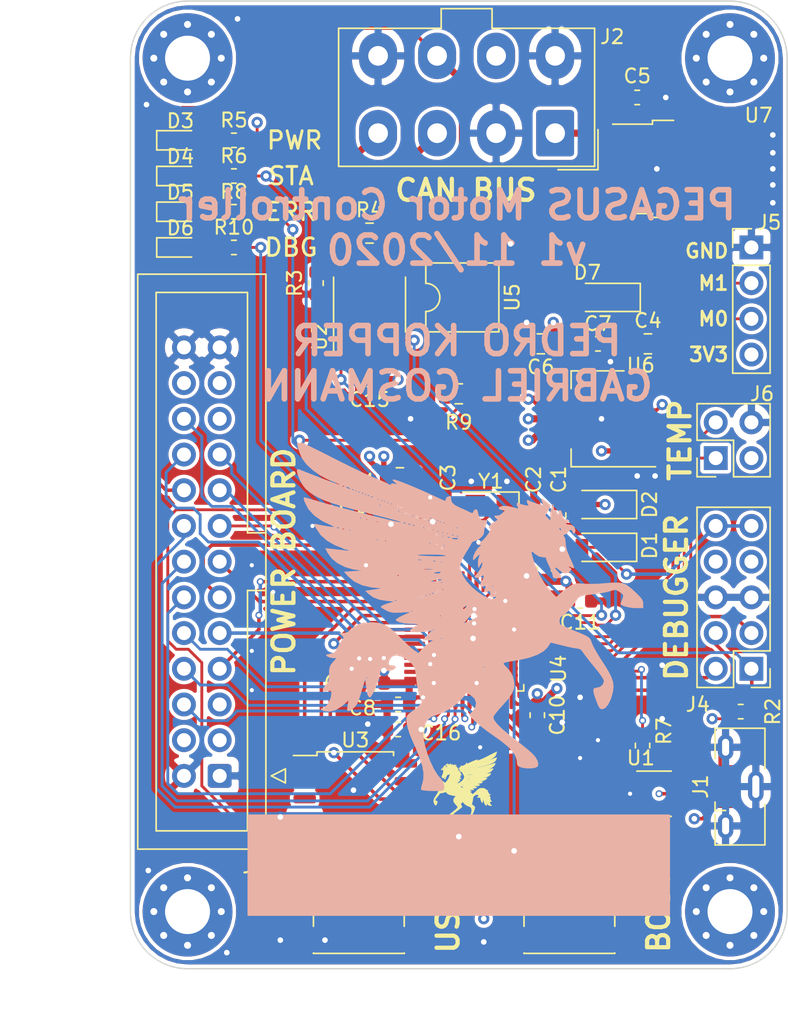
<source format=kicad_pcb>
(kicad_pcb (version 20171130) (host pcbnew 5.1.6)
  (layers (0 F.Cu signal) (1 In1.Cu power) (2 In2.Cu power) (31 B.Cu signal) (34 B.Paste user hide) (35 F.Paste user hide) (36 B.SilkS user) (37 F.SilkS user) (38 B.Mask user hide) (39 F.Mask user hide) (44 Edge.Cuts user))
  (net 0 "")
  (net 1 GND)
  (net 2 "Net-(C1-Pad1)")
  (net 3 "Net-(C2-Pad1)")
  (net 4 "Net-(C3-Pad2)")
  (net 5 +5V)
  (net 6 +12V)
  (net 7 +3V3)
  (net 8 "Net-(C7-Pad1)")
  (net 9 +3.3VADC)
  (net 10 "Net-(D1-Pad2)")
  (net 11 "Net-(D3-Pad2)")
  (net 12 "Net-(D4-Pad2)")
  (net 13 "Net-(D5-Pad2)")
  (net 14 "Net-(D6-Pad2)")
  (net 15 "Net-(J1-Pad4)")
  (net 16 CAN_L)
  (net 17 CAN_H)
  (net 18 ~ERROR)
  (net 19 CURR_U)
  (net 20 CURR_W)
  (net 21 HALL2)
  (net 22 V_H)
  (net 23 U_L)
  (net 24 W_L)
  (net 25 ENABLE)
  (net 26 CURR_V)
  (net 27 HALL3)
  (net 28 HALL1)
  (net 29 U_H)
  (net 30 W_H)
  (net 31 V_L)
  (net 32 VBUS_SCALED)
  (net 33 ~RESET)
  (net 34 SWCLK)
  (net 35 SWO)
  (net 36 SWDIO)
  (net 37 MULTI1)
  (net 38 MULTI0)
  (net 39 ~BOOT)
  (net 40 "Net-(R3-Pad1)")
  (net 41 STATUS)
  (net 42 ERR_OUT)
  (net 43 "Net-(R9-Pad1)")
  (net 44 DEBUG_LED)
  (net 45 BUTTON)
  (net 46 CAN_TX)
  (net 47 CAN_RX)
  (net 48 "Net-(U2-Pad5)")
  (net 49 ~FLASH_CS)
  (net 50 FLASH_MISO)
  (net 51 "Net-(U3-Pad3)")
  (net 52 FLASH_MOSI)
  (net 53 FLASH_CLK)
  (net 54 "Net-(U3-Pad7)")
  (net 55 "Net-(J3-Pad5)")
  (net 56 USB_D-)
  (net 57 USB_D+)
  (net 58 "Net-(J6-Pad2)")
  (net 59 "Net-(J6-Pad1)")
  (net 60 NTC_PWR)
  (net 61 "Net-(R7-Pad2)")
  (module Connector_PinHeader_2.54mm:PinHeader_2x05_P2.54mm_Vertical (layer F.Cu) (at 110.236 88.9 180)
    (fp_text reference J4 (at 3.81 -2.54) (layer F.SilkS))
    (fp_text value Mini-Debugging)
    (pad 1 thru_hole rect (at 0 0 180) (size 1.7 1.7) (drill 1) (layers *.Cu *.Mask) (net 33 ~RESET))
    (pad 2 thru_hole oval (at 2.54 0 180) (size 1.7 1.7) (drill 1) (layers *.Cu *.Mask) (net 34 SWCLK))
    (pad 3 thru_hole oval (at 0 2.54 180) (size 1.7 1.7) (drill 1) (layers *.Cu *.Mask) (net 35 SWO))
    (pad 4 thru_hole oval (at 2.54 2.54 180) (size 1.7 1.7) (drill 1) (layers *.Cu *.Mask) (net 36 SWDIO))
    (pad 5 thru_hole oval (at 0 5.08 180) (size 1.7 1.7) (drill 1) (layers *.Cu *.Mask) (net 1 GND))
    (pad 6 thru_hole oval (at 2.54 5.08 180) (size 1.7 1.7) (drill 1) (layers *.Cu *.Mask) (net 1 GND))
    (pad 7 thru_hole oval (at 0 7.62 180) (size 1.7 1.7) (drill 1) (layers *.Cu *.Mask) (net 7 +3V3))
    (pad 8 thru_hole oval (at 2.54 7.62 180) (size 1.7 1.7) (drill 1) (layers *.Cu *.Mask) (net 7 +3V3))
    (pad 9 thru_hole oval (at 0 10.16 180) (size 1.7 1.7) (drill 1) (layers *.Cu *.Mask) (net 10 "Net-(D1-Pad2)"))
    (pad 10 thru_hole oval (at 2.54 10.16 180) (size 1.7 1.7) (drill 1) (layers *.Cu *.Mask) (net 10 "Net-(D1-Pad2)"))
  )
  (module Package_TO_SOT_SMD:SOT-23-6 (layer F.Cu) (at 103.632 97.79)
    (fp_text reference U1 (at -1.27 -2.54) (layer F.SilkS))
    (fp_text value SRV05-4)
    (pad 1 smd rect (at -1.1 -0.95) (size 1.06 0.65) (layers F.Cu F.Paste F.Mask) (net 57 USB_D+))
    (pad 2 smd rect (at -1.1 0) (size 1.06 0.65) (layers F.Cu F.Paste F.Mask) (net 1 GND))
    (pad 3 smd rect (at -1.1 0.95) (size 1.06 0.65) (layers F.Cu F.Paste F.Mask) (net 56 USB_D-))
    (pad 4 smd rect (at 1.1 0.95) (size 1.06 0.65) (layers F.Cu F.Paste F.Mask) (net 56 USB_D-))
    (pad 6 smd rect (at 1.1 -0.95) (size 1.06 0.65) (layers F.Cu F.Paste F.Mask) (net 57 USB_D+))
    (pad 5 smd rect (at 1.1 0) (size 1.06 0.65) (layers F.Cu F.Paste F.Mask) (net 2 "Net-(C1-Pad1)"))
  )
  (module Connector_PinHeader_2.54mm:PinHeader_2x02_P2.54mm_Vertical (layer F.Cu) (at 107.696 73.914 90)
    (fp_text reference J6 (at 4.572 3.302 180) (layer F.SilkS))
    (fp_text value TEMP)
    (pad 4 thru_hole oval (at 2.54 2.54 90) (size 1.7 1.7) (drill 1) (layers *.Cu *.Mask) (net 1 GND))
    (pad 3 thru_hole oval (at 0 2.54 90) (size 1.7 1.7) (drill 1) (layers *.Cu *.Mask) (net 7 +3V3))
    (pad 2 thru_hole oval (at 2.54 0 90) (size 1.7 1.7) (drill 1) (layers *.Cu *.Mask) (net 58 "Net-(J6-Pad2)"))
    (pad 1 thru_hole rect (at 0 0 90) (size 1.7 1.7) (drill 1) (layers *.Cu *.Mask) (net 59 "Net-(J6-Pad1)"))
  )
  (module Custom:pegasus_large (layer B.Cu) (at 90.17 85.09 180)
    (fp_text reference G*** hide)
    (fp_text value LOGO hide)
  )
  (module Connector_USB:USB_Micro-B_Molex-105133-0001 (layer F.Cu) (at 109.474 97.282 90)
    (fp_text reference J1 (at 0 -2.85 90) (layer F.SilkS))
    (fp_text value USB_B_Mini)
    (pad 6 thru_hole oval (at 0 1.075 90) (size 2.2 1.1) (drill oval 1.6 0.5) (layers *.Cu *.Mask) (net 1 GND))
    (pad 6 thru_hole oval (at 2.8 -1.075 90) (size 1.8 1.1) (drill oval 1.2 0.5) (layers *.Cu *.Mask) (net 1 GND))
    (pad 6 thru_hole oval (at -2.8 -1.075 90) (size 1.8 1.1) (drill oval 1.2 0.5) (layers *.Cu *.Mask) (net 1 GND))
    (pad 1 smd rect (at -1.3 -0.825 90) (size 0.45 1.5) (layers F.Cu F.Paste F.Mask) (net 2 "Net-(C1-Pad1)"))
    (pad 5 smd rect (at 1.3 -0.825 90) (size 0.45 1.5) (layers F.Cu F.Paste F.Mask) (net 1 GND))
    (pad 2 smd rect (at -0.65 -0.825 90) (size 0.45 1.5) (layers F.Cu F.Paste F.Mask) (net 56 USB_D-))
    (pad 4 smd rect (at 0.65 -0.825 90) (size 0.45 1.5) (layers F.Cu F.Paste F.Mask) (net 15 "Net-(J1-Pad4)"))
    (pad 3 smd rect (at 0 -0.825 90) (size 0.45 1.5) (layers F.Cu F.Paste F.Mask) (net 57 USB_D+))
  )
  (module Custom:pegasus (layer F.Cu) (at 89.662 97.282)
    (fp_text reference G*** hide)
    (fp_text value LOGO hide)
  )
  (module MountingHole:MountingHole_3.2mm_M3_Pad_Via (layer F.Cu) (at 108.712 45.466)
    (fp_text reference REF** hide)
    (fp_text value MountingHole_3.2mm_M3_Pad_Via)
    (pad 1 thru_hole circle (at 1.697056 -1.697056) (size 0.8 0.8) (drill 0.5) (layers *.Cu *.Mask))
    (pad 1 thru_hole circle (at 0 -2.4) (size 0.8 0.8) (drill 0.5) (layers *.Cu *.Mask))
    (pad 1 thru_hole circle (at -1.697056 -1.697056) (size 0.8 0.8) (drill 0.5) (layers *.Cu *.Mask))
    (pad 1 thru_hole circle (at -2.4 0) (size 0.8 0.8) (drill 0.5) (layers *.Cu *.Mask))
    (pad 1 thru_hole circle (at -1.697056 1.697056) (size 0.8 0.8) (drill 0.5) (layers *.Cu *.Mask))
    (pad 1 thru_hole circle (at 0 2.4) (size 0.8 0.8) (drill 0.5) (layers *.Cu *.Mask))
    (pad 1 thru_hole circle (at 1.697056 1.697056) (size 0.8 0.8) (drill 0.5) (layers *.Cu *.Mask))
    (pad 1 thru_hole circle (at 2.4 0) (size 0.8 0.8) (drill 0.5) (layers *.Cu *.Mask))
    (pad 1 thru_hole circle (at 0 0) (size 6.4 6.4) (drill 3.2) (layers *.Cu *.Mask))
  )
  (module MountingHole:MountingHole_3.2mm_M3_Pad_Via (layer F.Cu) (at 70.104 45.466)
    (fp_text reference REF** hide)
    (fp_text value MountingHole_3.2mm_M3_Pad_Via)
    (pad 1 thru_hole circle (at 1.697056 -1.697056) (size 0.8 0.8) (drill 0.5) (layers *.Cu *.Mask))
    (pad 1 thru_hole circle (at 0 -2.4) (size 0.8 0.8) (drill 0.5) (layers *.Cu *.Mask))
    (pad 1 thru_hole circle (at -1.697056 -1.697056) (size 0.8 0.8) (drill 0.5) (layers *.Cu *.Mask))
    (pad 1 thru_hole circle (at -2.4 0) (size 0.8 0.8) (drill 0.5) (layers *.Cu *.Mask))
    (pad 1 thru_hole circle (at -1.697056 1.697056) (size 0.8 0.8) (drill 0.5) (layers *.Cu *.Mask))
    (pad 1 thru_hole circle (at 0 2.4) (size 0.8 0.8) (drill 0.5) (layers *.Cu *.Mask))
    (pad 1 thru_hole circle (at 1.697056 1.697056) (size 0.8 0.8) (drill 0.5) (layers *.Cu *.Mask))
    (pad 1 thru_hole circle (at 2.4 0) (size 0.8 0.8) (drill 0.5) (layers *.Cu *.Mask))
    (pad 1 thru_hole circle (at 0 0) (size 6.4 6.4) (drill 3.2) (layers *.Cu *.Mask))
  )
  (module MountingHole:MountingHole_3.2mm_M3_Pad_Via (layer F.Cu) (at 108.712 106.172)
    (fp_text reference REF** hide)
    (fp_text value MountingHole_3.2mm_M3_Pad_Via)
    (pad 1 thru_hole circle (at 1.697056 -1.697056) (size 0.8 0.8) (drill 0.5) (layers *.Cu *.Mask))
    (pad 1 thru_hole circle (at 0 -2.4) (size 0.8 0.8) (drill 0.5) (layers *.Cu *.Mask))
    (pad 1 thru_hole circle (at -1.697056 -1.697056) (size 0.8 0.8) (drill 0.5) (layers *.Cu *.Mask))
    (pad 1 thru_hole circle (at -2.4 0) (size 0.8 0.8) (drill 0.5) (layers *.Cu *.Mask))
    (pad 1 thru_hole circle (at -1.697056 1.697056) (size 0.8 0.8) (drill 0.5) (layers *.Cu *.Mask))
    (pad 1 thru_hole circle (at 0 2.4) (size 0.8 0.8) (drill 0.5) (layers *.Cu *.Mask))
    (pad 1 thru_hole circle (at 1.697056 1.697056) (size 0.8 0.8) (drill 0.5) (layers *.Cu *.Mask))
    (pad 1 thru_hole circle (at 2.4 0) (size 0.8 0.8) (drill 0.5) (layers *.Cu *.Mask))
    (pad 1 thru_hole circle (at 0 0) (size 6.4 6.4) (drill 3.2) (layers *.Cu *.Mask))
  )
  (module MountingHole:MountingHole_3.2mm_M3_Pad_Via (layer F.Cu) (at 70.104 106.172)
    (fp_text reference REF** hide)
    (fp_text value MountingHole_3.2mm_M3_Pad_Via)
    (pad 1 thru_hole circle (at 1.697056 -1.697056) (size 0.8 0.8) (drill 0.5) (layers *.Cu *.Mask))
    (pad 1 thru_hole circle (at 0 -2.4) (size 0.8 0.8) (drill 0.5) (layers *.Cu *.Mask))
    (pad 1 thru_hole circle (at -1.697056 -1.697056) (size 0.8 0.8) (drill 0.5) (layers *.Cu *.Mask))
    (pad 1 thru_hole circle (at -2.4 0) (size 0.8 0.8) (drill 0.5) (layers *.Cu *.Mask))
    (pad 1 thru_hole circle (at -1.697056 1.697056) (size 0.8 0.8) (drill 0.5) (layers *.Cu *.Mask))
    (pad 1 thru_hole circle (at 0 2.4) (size 0.8 0.8) (drill 0.5) (layers *.Cu *.Mask))
    (pad 1 thru_hole circle (at 1.697056 1.697056) (size 0.8 0.8) (drill 0.5) (layers *.Cu *.Mask))
    (pad 1 thru_hole circle (at 2.4 0) (size 0.8 0.8) (drill 0.5) (layers *.Cu *.Mask))
    (pad 1 thru_hole circle (at 0 0) (size 6.4 6.4) (drill 3.2) (layers *.Cu *.Mask))
  )
  (module Capacitor_SMD:C_0603_1608Metric (layer F.Cu) (at 96.52 77.978 270)
    (fp_text reference C1 (at -2.54 0 90) (layer F.SilkS))
    (fp_text value 100nF)
    (pad 2 smd roundrect (at 0.7875 0 270) (size 0.875 0.95) (layers F.Cu F.Paste F.Mask) (net 1 GND))
    (pad 1 smd roundrect (at -0.7875 0 270) (size 0.875 0.95) (layers F.Cu F.Paste F.Mask) (net 2 "Net-(C1-Pad1)"))
  )
  (module Capacitor_SMD:C_0603_1608Metric (layer F.Cu) (at 94.742 77.978 90)
    (fp_text reference C2 (at 2.54 0 90) (layer F.SilkS))
    (fp_text value 12pF)
    (pad 1 smd roundrect (at -0.7875 0 90) (size 0.875 0.95) (layers F.Cu F.Paste F.Mask) (net 3 "Net-(C2-Pad1)"))
    (pad 2 smd roundrect (at 0.7875 0 90) (size 0.875 0.95) (layers F.Cu F.Paste F.Mask) (net 1 GND))
  )
  (module Capacitor_SMD:C_0603_1608Metric (layer F.Cu) (at 88.646 77.978 270)
    (fp_text reference C3 (at -2.667 0 90) (layer F.SilkS))
    (fp_text value 12pF)
    (pad 2 smd roundrect (at 0.7875 0 270) (size 0.875 0.95) (layers F.Cu F.Paste F.Mask) (net 4 "Net-(C3-Pad2)"))
    (pad 1 smd roundrect (at -0.7875 0 270) (size 0.875 0.95) (layers F.Cu F.Paste F.Mask) (net 1 GND))
  )
  (module Capacitor_SMD:C_0805_2012Metric (layer F.Cu) (at 102.87 65.786)
    (fp_text reference C4 (at 0 -1.65) (layer F.SilkS))
    (fp_text value 22uF)
    (pad 2 smd roundrect (at 0.9375 0) (size 0.975 1.4) (layers F.Cu F.Paste F.Mask) (net 1 GND))
    (pad 1 smd roundrect (at -0.9375 0) (size 0.975 1.4) (layers F.Cu F.Paste F.Mask) (net 5 +5V))
  )
  (module Capacitor_SMD:C_0603_1608Metric (layer F.Cu) (at 102.108 48.26)
    (fp_text reference C5 (at 0 -1.524) (layer F.SilkS))
    (fp_text value 4.7uF)
    (pad 2 smd roundrect (at 0.7875 0) (size 0.875 0.95) (layers F.Cu F.Paste F.Mask) (net 1 GND))
    (pad 1 smd roundrect (at -0.7875 0) (size 0.875 0.95) (layers F.Cu F.Paste F.Mask) (net 6 +12V))
  )
  (module Capacitor_SMD:C_0805_2012Metric (layer F.Cu) (at 95.25 65.786 180)
    (fp_text reference C6 (at 0 -1.65) (layer F.SilkS))
    (fp_text value 22uF)
    (pad 1 smd roundrect (at -0.9375 0 180) (size 0.975 1.4) (layers F.Cu F.Paste F.Mask) (net 7 +3V3))
    (pad 2 smd roundrect (at 0.9375 0 180) (size 0.975 1.4) (layers F.Cu F.Paste F.Mask) (net 1 GND))
  )
  (module Capacitor_SMD:C_0603_1608Metric (layer F.Cu) (at 99.314 65.786)
    (fp_text reference C7 (at 0 -1.43) (layer F.SilkS))
    (fp_text value 100nF)
    (pad 1 smd roundrect (at -0.7875 0) (size 0.875 0.95) (layers F.Cu F.Paste F.Mask) (net 8 "Net-(C7-Pad1)"))
    (pad 2 smd roundrect (at 0.7875 0) (size 0.875 0.95) (layers F.Cu F.Paste F.Mask) (net 1 GND))
  )
  (module Capacitor_SMD:C_0603_1608Metric (layer F.Cu) (at 85.09 91.44 180)
    (fp_text reference C8 (at 2.54 -0.254) (layer F.SilkS))
    (fp_text value 4.7uF)
    (pad 1 smd roundrect (at -0.7875 0 180) (size 0.875 0.95) (layers F.Cu F.Paste F.Mask) (net 7 +3V3))
    (pad 2 smd roundrect (at 0.7875 0 180) (size 0.875 0.95) (layers F.Cu F.Paste F.Mask) (net 1 GND))
  )
  (module Capacitor_SMD:C_0603_1608Metric (layer F.Cu) (at 83.312 89.916 180)
    (fp_text reference C9 (at 2.54 0) (layer F.SilkS))
    (fp_text value 100nF)
    (pad 2 smd roundrect (at 0.7875 0 180) (size 0.875 0.95) (layers F.Cu F.Paste F.Mask) (net 1 GND))
    (pad 1 smd roundrect (at -0.7875 0 180) (size 0.875 0.95) (layers F.Cu F.Paste F.Mask) (net 7 +3V3))
  )
  (module Capacitor_SMD:C_0603_1608Metric (layer F.Cu) (at 94.996 92.202 270)
    (fp_text reference C10 (at 0 -1.43 90) (layer F.SilkS))
    (fp_text value 100nF)
    (pad 1 smd roundrect (at -0.7875 0 270) (size 0.875 0.95) (layers F.Cu F.Paste F.Mask) (net 7 +3V3))
    (pad 2 smd roundrect (at 0.7875 0 270) (size 0.875 0.95) (layers F.Cu F.Paste F.Mask) (net 1 GND))
  )
  (module Capacitor_SMD:C_0603_1608Metric (layer F.Cu) (at 98.044 84.074)
    (fp_text reference C11 (at 0 1.524) (layer F.SilkS))
    (fp_text value 100nF)
    (pad 2 smd roundrect (at 0.7875 0) (size 0.875 0.95) (layers F.Cu F.Paste F.Mask) (net 1 GND))
    (pad 1 smd roundrect (at -0.7875 0) (size 0.875 0.95) (layers F.Cu F.Paste F.Mask) (net 7 +3V3))
  )
  (module Capacitor_SMD:C_0603_1608Metric (layer F.Cu) (at 95.504 81.788 90)
    (fp_text reference C12 (at 0.889 -2.286 180) (layer F.SilkS))
    (fp_text value 100nF)
    (pad 1 smd roundrect (at -0.7875 0 90) (size 0.875 0.95) (layers F.Cu F.Paste F.Mask) (net 7 +3V3))
    (pad 2 smd roundrect (at 0.7875 0 90) (size 0.875 0.95) (layers F.Cu F.Paste F.Mask) (net 1 GND))
  )
  (module Capacitor_SMD:C_0603_1608Metric (layer F.Cu) (at 85.344 77.343 180)
    (fp_text reference C13 (at 3.048 0) (layer F.SilkS))
    (fp_text value 4.7uF)
    (pad 1 smd roundrect (at -0.7875 0 180) (size 0.875 0.95) (layers F.Cu F.Paste F.Mask) (net 9 +3.3VADC))
    (pad 2 smd roundrect (at 0.7875 0 180) (size 0.875 0.95) (layers F.Cu F.Paste F.Mask) (net 1 GND))
  )
  (module Capacitor_SMD:C_0603_1608Metric (layer F.Cu) (at 85.344 79.883 180)
    (fp_text reference C14 (at 3.048 0) (layer F.SilkS))
    (fp_text value 100nF)
    (pad 2 smd roundrect (at 0.7875 0 180) (size 0.875 0.95) (layers F.Cu F.Paste F.Mask) (net 1 GND))
    (pad 1 smd roundrect (at -0.7875 0 180) (size 0.875 0.95) (layers F.Cu F.Paste F.Mask) (net 9 +3.3VADC))
  )
  (module Capacitor_SMD:C_0603_1608Metric (layer F.Cu) (at 83.058 68.326 180)
    (fp_text reference C15 (at 0 -1.43) (layer F.SilkS))
    (fp_text value 100nF)
    (pad 1 smd roundrect (at -0.7875 0 180) (size 0.875 0.95) (layers F.Cu F.Paste F.Mask) (net 7 +3V3))
    (pad 2 smd roundrect (at 0.7875 0 180) (size 0.875 0.95) (layers F.Cu F.Paste F.Mask) (net 1 GND))
  )
  (module Capacitor_SMD:C_0603_1608Metric (layer F.Cu) (at 85.09 93.218 180)
    (fp_text reference C16 (at -3.048 -0.254) (layer F.SilkS))
    (fp_text value 100nF)
    (pad 2 smd roundrect (at 0.7875 0 180) (size 0.875 0.95) (layers F.Cu F.Paste F.Mask) (net 1 GND))
    (pad 1 smd roundrect (at -0.7875 0 180) (size 0.875 0.95) (layers F.Cu F.Paste F.Mask) (net 7 +3V3))
  )
  (module Diode_SMD:D_SOD-123 (layer F.Cu) (at 99.822 80.264 180)
    (fp_text reference D1 (at -3.175 0.127 90) (layer F.SilkS))
    (fp_text value 1N5819)
    (pad 1 smd rect (at -1.65 0 180) (size 0.9 1.2) (layers F.Cu F.Paste F.Mask) (net 5 +5V))
    (pad 2 smd rect (at 1.65 0 180) (size 0.9 1.2) (layers F.Cu F.Paste F.Mask) (net 10 "Net-(D1-Pad2)"))
  )
  (module Diode_SMD:D_SOD-123 (layer F.Cu) (at 99.822 77.216 180)
    (fp_text reference D2 (at -3.175 0 90) (layer F.SilkS))
    (fp_text value 1N5819)
    (pad 2 smd rect (at 1.65 0 180) (size 0.9 1.2) (layers F.Cu F.Paste F.Mask) (net 2 "Net-(C1-Pad1)"))
    (pad 1 smd rect (at -1.65 0 180) (size 0.9 1.2) (layers F.Cu F.Paste F.Mask) (net 5 +5V))
  )
  (module LED_SMD:LED_0603_1608Metric_Castellated (layer F.Cu) (at 69.596 51.308)
    (fp_text reference D3 (at 0 -1.38) (layer F.SilkS))
    (fp_text value PWR)
    (pad 2 smd roundrect (at 0.8125 0) (size 1.225 0.85) (layers F.Cu F.Paste F.Mask) (net 11 "Net-(D3-Pad2)"))
    (pad 1 smd roundrect (at -0.8125 0) (size 1.225 0.85) (layers F.Cu F.Paste F.Mask) (net 1 GND))
  )
  (module LED_SMD:LED_0603_1608Metric_Castellated (layer F.Cu) (at 69.596 53.848)
    (fp_text reference D4 (at 0 -1.38) (layer F.SilkS))
    (fp_text value STATUS)
    (pad 1 smd roundrect (at -0.8125 0) (size 1.225 0.85) (layers F.Cu F.Paste F.Mask) (net 1 GND))
    (pad 2 smd roundrect (at 0.8125 0) (size 1.225 0.85) (layers F.Cu F.Paste F.Mask) (net 12 "Net-(D4-Pad2)"))
  )
  (module LED_SMD:LED_0603_1608Metric_Castellated (layer F.Cu) (at 69.596 56.388)
    (fp_text reference D5 (at 0 -1.38) (layer F.SilkS))
    (fp_text value FAULT)
    (pad 2 smd roundrect (at 0.8125 0) (size 1.225 0.85) (layers F.Cu F.Paste F.Mask) (net 13 "Net-(D5-Pad2)"))
    (pad 1 smd roundrect (at -0.8125 0) (size 1.225 0.85) (layers F.Cu F.Paste F.Mask) (net 1 GND))
  )
  (module LED_SMD:LED_0603_1608Metric_Castellated (layer F.Cu) (at 69.596 58.928)
    (fp_text reference D6 (at 0 -1.38) (layer F.SilkS))
    (fp_text value DEBUG)
    (pad 1 smd roundrect (at -0.8125 0) (size 1.225 0.85) (layers F.Cu F.Paste F.Mask) (net 1 GND))
    (pad 2 smd roundrect (at 0.8125 0) (size 1.225 0.85) (layers F.Cu F.Paste F.Mask) (net 14 "Net-(D6-Pad2)"))
  )
  (module Diode_SMD:D_SOD-123 (layer F.Cu) (at 100.076 62.484 180)
    (fp_text reference D7 (at 1.524 1.778) (layer F.SilkS))
    (fp_text value 1N5819)
    (pad 1 smd rect (at -1.65 0 180) (size 0.9 1.2) (layers F.Cu F.Paste F.Mask) (net 5 +5V))
    (pad 2 smd rect (at 1.65 0 180) (size 0.9 1.2) (layers F.Cu F.Paste F.Mask) (net 8 "Net-(C7-Pad1)"))
  )
  (module Inductor_SMD:L_0805_2012Metric (layer F.Cu) (at 85.217 75.311 180)
    (fp_text reference FB1 (at 3.048 -0.254) (layer F.SilkS))
    (fp_text value Ferrite)
    (pad 1 smd roundrect (at -0.9375 0 180) (size 0.975 1.4) (layers F.Cu F.Paste F.Mask) (net 9 +3.3VADC))
    (pad 2 smd roundrect (at 0.9375 0 180) (size 0.975 1.4) (layers F.Cu F.Paste F.Mask) (net 7 +3V3))
  )
  (module Connector_Molex:Molex_Mini-Fit_Jr_5566-08A_2x04_P4.20mm_Vertical (layer F.Cu) (at 96.266 50.8 180)
    (fp_text reference J2 (at -4.064 6.858) (layer F.SilkS))
    (fp_text value "CAN BUS")
    (pad 1 thru_hole roundrect (at 0 0 180) (size 2.7 3.3) (drill 1.4) (layers *.Cu *.Mask) (roundrect_rratio 0.09259299999999999) (net 6 +12V))
    (pad 2 thru_hole oval (at 4.2 0 180) (size 2.7 3.3) (drill 1.4) (layers *.Cu *.Mask) (net 1 GND))
    (pad 3 thru_hole oval (at 8.4 0 180) (size 2.7 3.3) (drill 1.4) (layers *.Cu *.Mask) (net 16 CAN_L))
    (pad 4 thru_hole oval (at 12.6 0 180) (size 2.7 3.3) (drill 1.4) (layers *.Cu *.Mask) (net 17 CAN_H))
    (pad 5 thru_hole oval (at 0 5.5 180) (size 2.7 3.3) (drill 1.4) (layers *.Cu *.Mask) (net 1 GND))
    (pad 6 thru_hole oval (at 4.2 5.5 180) (size 2.7 3.3) (drill 1.4) (layers *.Cu *.Mask) (net 6 +12V))
    (pad 7 thru_hole oval (at 8.4 5.5 180) (size 2.7 3.3) (drill 1.4) (layers *.Cu *.Mask) (net 18 ~ERROR))
    (pad 8 thru_hole oval (at 12.6 5.5 180) (size 2.7 3.3) (drill 1.4) (layers *.Cu *.Mask) (net 1 GND))
  )
  (module Connector_IDC:IDC-Header_2x13_P2.54mm_Vertical (layer F.Cu) (at 72.39 96.52 180)
    (fp_text reference J3 (at -2.4765 -6.4135) (layer F.SilkS))
    (fp_text value TO_POWER_BOARD)
    (pad 1 thru_hole roundrect (at 0 0 180) (size 1.7 1.7) (drill 1) (layers *.Cu *.Mask) (roundrect_rratio 0.147059) (net 1 GND))
    (pad 3 thru_hole circle (at 0 2.54 180) (size 1.7 1.7) (drill 1) (layers *.Cu *.Mask) (net 6 +12V))
    (pad 5 thru_hole circle (at 0 5.08 180) (size 1.7 1.7) (drill 1) (layers *.Cu *.Mask) (net 55 "Net-(J3-Pad5)"))
    (pad 7 thru_hole circle (at 0 7.62 180) (size 1.7 1.7) (drill 1) (layers *.Cu *.Mask) (net 60 NTC_PWR))
    (pad 9 thru_hole circle (at 0 10.16 180) (size 1.7 1.7) (drill 1) (layers *.Cu *.Mask) (net 19 CURR_U))
    (pad 11 thru_hole circle (at 0 12.7 180) (size 1.7 1.7) (drill 1) (layers *.Cu *.Mask) (net 26 CURR_V))
    (pad 13 thru_hole circle (at 0 15.24 180) (size 1.7 1.7) (drill 1) (layers *.Cu *.Mask) (net 20 CURR_W))
    (pad 15 thru_hole circle (at 0 17.78 180) (size 1.7 1.7) (drill 1) (layers *.Cu *.Mask) (net 27 HALL3))
    (pad 17 thru_hole circle (at 0 20.32 180) (size 1.7 1.7) (drill 1) (layers *.Cu *.Mask) (net 21 HALL2))
    (pad 19 thru_hole circle (at 0 22.86 180) (size 1.7 1.7) (drill 1) (layers *.Cu *.Mask) (net 28 HALL1))
    (pad 21 thru_hole circle (at 0 25.4 180) (size 1.7 1.7) (drill 1) (layers *.Cu *.Mask) (net 5 +5V))
    (pad 23 thru_hole circle (at 0 27.94 180) (size 1.7 1.7) (drill 1) (layers *.Cu *.Mask) (net 6 +12V))
    (pad 25 thru_hole circle (at 0 30.48 180) (size 1.7 1.7) (drill 1) (layers *.Cu *.Mask) (net 1 GND))
    (pad 2 thru_hole circle (at 2.54 0 180) (size 1.7 1.7) (drill 1) (layers *.Cu *.Mask) (net 1 GND))
    (pad 4 thru_hole circle (at 2.54 2.54 180) (size 1.7 1.7) (drill 1) (layers *.Cu *.Mask) (net 6 +12V))
    (pad 6 thru_hole circle (at 2.54 5.08 180) (size 1.7 1.7) (drill 1) (layers *.Cu *.Mask) (net 29 U_H))
    (pad 8 thru_hole circle (at 2.54 7.62 180) (size 1.7 1.7) (drill 1) (layers *.Cu *.Mask) (net 22 V_H))
    (pad 10 thru_hole circle (at 2.54 10.16 180) (size 1.7 1.7) (drill 1) (layers *.Cu *.Mask) (net 30 W_H))
    (pad 12 thru_hole circle (at 2.54 12.7 180) (size 1.7 1.7) (drill 1) (layers *.Cu *.Mask) (net 23 U_L))
    (pad 14 thru_hole circle (at 2.54 15.24 180) (size 1.7 1.7) (drill 1) (layers *.Cu *.Mask) (net 31 V_L))
    (pad 16 thru_hole circle (at 2.54 17.78 180) (size 1.7 1.7) (drill 1) (layers *.Cu *.Mask) (net 24 W_L))
    (pad 18 thru_hole circle (at 2.54 20.32 180) (size 1.7 1.7) (drill 1) (layers *.Cu *.Mask) (net 18 ~ERROR))
    (pad 20 thru_hole circle (at 2.54 22.86 180) (size 1.7 1.7) (drill 1) (layers *.Cu *.Mask) (net 25 ENABLE))
    (pad 22 thru_hole circle (at 2.54 25.4 180) (size 1.7 1.7) (drill 1) (layers *.Cu *.Mask) (net 32 VBUS_SCALED))
    (pad 24 thru_hole circle (at 2.54 27.94 180) (size 1.7 1.7) (drill 1) (layers *.Cu *.Mask) (net 6 +12V))
    (pad 26 thru_hole circle (at 2.54 30.48 180) (size 1.7 1.7) (drill 1) (layers *.Cu *.Mask) (net 1 GND))
  )
  (module Connector_PinHeader_2.54mm:PinHeader_1x04_P2.54mm_Vertical (layer F.Cu) (at 110.236 58.928)
    (fp_text reference J5 (at 1.27 -1.778) (layer F.SilkS))
    (fp_text value MULTI)
    (pad 1 thru_hole rect (at 0 0) (size 1.7 1.7) (drill 1) (layers *.Cu *.Mask) (net 1 GND))
    (pad 2 thru_hole oval (at 0 2.54) (size 1.7 1.7) (drill 1) (layers *.Cu *.Mask) (net 37 MULTI1))
    (pad 3 thru_hole oval (at 0 5.08) (size 1.7 1.7) (drill 1) (layers *.Cu *.Mask) (net 38 MULTI0))
    (pad 4 thru_hole oval (at 0 7.62) (size 1.7 1.7) (drill 1) (layers *.Cu *.Mask) (net 7 +3V3))
  )
  (module Resistor_SMD:R_0603_1608Metric (layer F.Cu) (at 91.186 104.394 270)
    (fp_text reference R1 (at -2.032 0 180) (layer F.SilkS))
    (fp_text value 4k7)
    (pad 2 smd roundrect (at 0.7875 0 270) (size 0.875 0.95) (layers F.Cu F.Paste F.Mask) (net 7 +3V3))
    (pad 1 smd roundrect (at -0.7875 0 270) (size 0.875 0.95) (layers F.Cu F.Paste F.Mask) (net 39 ~BOOT))
  )
  (module Resistor_SMD:R_0603_1608Metric (layer F.Cu) (at 109.474 91.948 180)
    (fp_text reference R2 (at -2.286 0 90) (layer F.SilkS))
    (fp_text value 4k7)
    (pad 1 smd roundrect (at -0.7875 0 180) (size 0.875 0.95) (layers F.Cu F.Paste F.Mask) (net 33 ~RESET))
    (pad 2 smd roundrect (at 0.7875 0 180) (size 0.875 0.95) (layers F.Cu F.Paste F.Mask) (net 7 +3V3))
  )
  (module Resistor_SMD:R_0603_1608Metric (layer F.Cu) (at 79.248 61.468 270)
    (fp_text reference R3 (at 0 1.524 90) (layer F.SilkS))
    (fp_text value 0)
    (pad 2 smd roundrect (at 0.7875 0 270) (size 0.875 0.95) (layers F.Cu F.Paste F.Mask) (net 1 GND))
    (pad 1 smd roundrect (at -0.7875 0 270) (size 0.875 0.95) (layers F.Cu F.Paste F.Mask) (net 40 "Net-(R3-Pad1)"))
  )
  (module Resistor_SMD:R_0805_2012Metric (layer F.Cu) (at 83.058 57.912)
    (fp_text reference R4 (at 0 -1.65) (layer F.SilkS))
    (fp_text value 120)
    (pad 1 smd roundrect (at -0.9375 0) (size 0.975 1.4) (layers F.Cu F.Paste F.Mask) (net 17 CAN_H))
    (pad 2 smd roundrect (at 0.9375 0) (size 0.975 1.4) (layers F.Cu F.Paste F.Mask) (net 16 CAN_L))
  )
  (module Resistor_SMD:R_0603_1608Metric (layer F.Cu) (at 73.406 51.308)
    (fp_text reference R5 (at 0 -1.43) (layer F.SilkS))
    (fp_text value 1k5)
    (pad 2 smd roundrect (at 0.7875 0) (size 0.875 0.95) (layers F.Cu F.Paste F.Mask) (net 7 +3V3))
    (pad 1 smd roundrect (at -0.7875 0) (size 0.875 0.95) (layers F.Cu F.Paste F.Mask) (net 11 "Net-(D3-Pad2)"))
  )
  (module Resistor_SMD:R_0603_1608Metric (layer F.Cu) (at 73.406 53.848)
    (fp_text reference R6 (at 0 -1.43) (layer F.SilkS))
    (fp_text value 1k5)
    (pad 1 smd roundrect (at -0.7875 0) (size 0.875 0.95) (layers F.Cu F.Paste F.Mask) (net 12 "Net-(D4-Pad2)"))
    (pad 2 smd roundrect (at 0.7875 0) (size 0.875 0.95) (layers F.Cu F.Paste F.Mask) (net 41 STATUS))
  )
  (module Resistor_SMD:R_0603_1608Metric (layer F.Cu) (at 102.489 94.361 90)
    (fp_text reference R7 (at 1.016 1.524 90) (layer F.SilkS))
    (fp_text value 1k5)
    (pad 1 smd roundrect (at -0.7875 0 90) (size 0.875 0.95) (layers F.Cu F.Paste F.Mask) (net 57 USB_D+))
    (pad 2 smd roundrect (at 0.7875 0 90) (size 0.875 0.95) (layers F.Cu F.Paste F.Mask) (net 61 "Net-(R7-Pad2)"))
  )
  (module Resistor_SMD:R_0603_1608Metric (layer F.Cu) (at 73.406 56.388)
    (fp_text reference R8 (at 0 -1.43) (layer F.SilkS))
    (fp_text value 1k5)
    (pad 1 smd roundrect (at -0.7875 0) (size 0.875 0.95) (layers F.Cu F.Paste F.Mask) (net 13 "Net-(D5-Pad2)"))
    (pad 2 smd roundrect (at 0.7875 0) (size 0.875 0.95) (layers F.Cu F.Paste F.Mask) (net 42 ERR_OUT))
  )
  (module Resistor_SMD:R_0805_2012Metric (layer F.Cu) (at 89.408 69.342)
    (fp_text reference R9 (at 0 2.032) (layer F.SilkS))
    (fp_text value 120)
    (pad 2 smd roundrect (at 0.9375 0) (size 0.975 1.4) (layers F.Cu F.Paste F.Mask) (net 42 ERR_OUT))
    (pad 1 smd roundrect (at -0.9375 0) (size 0.975 1.4) (layers F.Cu F.Paste F.Mask) (net 43 "Net-(R9-Pad1)"))
  )
  (module Resistor_SMD:R_0603_1608Metric (layer F.Cu) (at 73.406 58.928)
    (fp_text reference R10 (at 0 -1.43) (layer F.SilkS))
    (fp_text value 1k5)
    (pad 2 smd roundrect (at 0.7875 0) (size 0.875 0.95) (layers F.Cu F.Paste F.Mask) (net 44 DEBUG_LED))
    (pad 1 smd roundrect (at -0.7875 0) (size 0.875 0.95) (layers F.Cu F.Paste F.Mask) (net 14 "Net-(D6-Pad2)"))
  )
  (module Button_Switch_SMD:SW_SPST_PTS645 (layer F.Cu) (at 97.282 105.918)
    (fp_text reference SW1 (at 0 -4.05) (layer F.SilkS))
    (fp_text value BOOT)
    (pad 2 smd rect (at 3.98 2.25) (size 1.55 1.3) (layers F.Cu F.Paste F.Mask) (net 1 GND))
    (pad 1 smd rect (at 3.98 -2.25) (size 1.55 1.3) (layers F.Cu F.Paste F.Mask) (net 39 ~BOOT))
    (pad 1 smd rect (at -3.98 -2.25) (size 1.55 1.3) (layers F.Cu F.Paste F.Mask) (net 39 ~BOOT))
    (pad 2 smd rect (at -3.98 2.25) (size 1.55 1.3) (layers F.Cu F.Paste F.Mask) (net 1 GND))
  )
  (module Button_Switch_SMD:SW_SPST_PTS645 (layer F.Cu) (at 82.296 105.918)
    (fp_text reference SW2 (at 0 -4.05) (layer F.SilkS))
    (fp_text value BUTTON)
    (pad 2 smd rect (at -3.98 2.25) (size 1.55 1.3) (layers F.Cu F.Paste F.Mask) (net 1 GND))
    (pad 1 smd rect (at -3.98 -2.25) (size 1.55 1.3) (layers F.Cu F.Paste F.Mask) (net 45 BUTTON))
    (pad 1 smd rect (at 3.98 -2.25) (size 1.55 1.3) (layers F.Cu F.Paste F.Mask) (net 45 BUTTON))
    (pad 2 smd rect (at 3.98 2.25) (size 1.55 1.3) (layers F.Cu F.Paste F.Mask) (net 1 GND))
  )
  (module Package_SO:SOIC-8_3.9x4.9mm_P1.27mm (layer F.Cu) (at 83.058 62.992 90)
    (fp_text reference U2 (at -2.286 -3.556 90) (layer F.SilkS))
    (fp_text value SN65HVD230)
    (pad 1 smd roundrect (at -2.475 -1.905 90) (size 1.95 0.6) (layers F.Cu F.Paste F.Mask) (net 46 CAN_TX))
    (pad 2 smd roundrect (at -2.475 -0.635 90) (size 1.95 0.6) (layers F.Cu F.Paste F.Mask) (net 1 GND))
    (pad 3 smd roundrect (at -2.475 0.635 90) (size 1.95 0.6) (layers F.Cu F.Paste F.Mask) (net 7 +3V3))
    (pad 4 smd roundrect (at -2.475 1.905 90) (size 1.95 0.6) (layers F.Cu F.Paste F.Mask) (net 47 CAN_RX))
    (pad 5 smd roundrect (at 2.475 1.905 90) (size 1.95 0.6) (layers F.Cu F.Paste F.Mask) (net 48 "Net-(U2-Pad5)"))
    (pad 6 smd roundrect (at 2.475 0.635 90) (size 1.95 0.6) (layers F.Cu F.Paste F.Mask) (net 16 CAN_L))
    (pad 7 smd roundrect (at 2.475 -0.635 90) (size 1.95 0.6) (layers F.Cu F.Paste F.Mask) (net 17 CAN_H))
    (pad 8 smd roundrect (at 2.475 -1.905 90) (size 1.95 0.6) (layers F.Cu F.Paste F.Mask) (net 40 "Net-(R3-Pad1)"))
  )
  (module Package_SO:SOIC-8_5.23x5.23mm_P1.27mm (layer F.Cu) (at 82.042 97.536)
    (fp_text reference U3 (at 0 -3.56) (layer F.SilkS))
    (fp_text value W25Q128JVS)
    (pad 1 smd roundrect (at -3.6 -1.905) (size 1.6 0.6) (layers F.Cu F.Paste F.Mask) (net 49 ~FLASH_CS))
    (pad 2 smd roundrect (at -3.6 -0.635) (size 1.6 0.6) (layers F.Cu F.Paste F.Mask) (net 50 FLASH_MISO))
    (pad 3 smd roundrect (at -3.6 0.635) (size 1.6 0.6) (layers F.Cu F.Paste F.Mask) (net 51 "Net-(U3-Pad3)"))
    (pad 4 smd roundrect (at -3.6 1.905) (size 1.6 0.6) (layers F.Cu F.Paste F.Mask) (net 1 GND))
    (pad 5 smd roundrect (at 3.6 1.905) (size 1.6 0.6) (layers F.Cu F.Paste F.Mask) (net 52 FLASH_MOSI))
    (pad 6 smd roundrect (at 3.6 0.635) (size 1.6 0.6) (layers F.Cu F.Paste F.Mask) (net 53 FLASH_CLK))
    (pad 7 smd roundrect (at 3.6 -0.635) (size 1.6 0.6) (layers F.Cu F.Paste F.Mask) (net 54 "Net-(U3-Pad7)"))
    (pad 8 smd roundrect (at 3.6 -1.905) (size 1.6 0.6) (layers F.Cu F.Paste F.Mask) (net 7 +3V3))
  )
  (module Package_QFP:LQFP-48_7x7mm_P0.5mm (layer F.Cu) (at 90.424 86.868 270)
    (fp_text reference U4 (at 2.032 -6.096 90) (layer F.SilkS))
    (fp_text value STM32F303CCTx)
    (pad 1 smd roundrect (at -4.1625 -2.75 270) (size 1.475 0.3) (layers F.Cu F.Paste F.Mask) (net 7 +3V3))
    (pad 2 smd roundrect (at -4.1625 -2.25 270) (size 1.475 0.3) (layers F.Cu F.Paste F.Mask) (net 41 STATUS))
    (pad 3 smd roundrect (at -4.1625 -1.75 270) (size 1.475 0.3) (layers F.Cu F.Paste F.Mask) (net 42 ERR_OUT))
    (pad 4 smd roundrect (at -4.1625 -1.25 270) (size 1.475 0.3) (layers F.Cu F.Paste F.Mask) (net 44 DEBUG_LED))
    (pad 5 smd roundrect (at -4.1625 -0.75 270) (size 1.475 0.3) (layers F.Cu F.Paste F.Mask) (net 3 "Net-(C2-Pad1)"))
    (pad 6 smd roundrect (at -4.1625 -0.25 270) (size 1.475 0.3) (layers F.Cu F.Paste F.Mask) (net 4 "Net-(C3-Pad2)"))
    (pad 7 smd roundrect (at -4.1625 0.25 270) (size 1.475 0.3) (layers F.Cu F.Paste F.Mask) (net 33 ~RESET))
    (pad 8 smd roundrect (at -4.1625 0.75 270) (size 1.475 0.3) (layers F.Cu F.Paste F.Mask) (net 1 GND))
    (pad 9 smd roundrect (at -4.1625 1.25 270) (size 1.475 0.3) (layers F.Cu F.Paste F.Mask) (net 9 +3.3VADC))
    (pad 10 smd roundrect (at -4.1625 1.75 270) (size 1.475 0.3) (layers F.Cu F.Paste F.Mask) (net 45 BUTTON))
    (pad 11 smd roundrect (at -4.1625 2.25 270) (size 1.475 0.3) (layers F.Cu F.Paste F.Mask) (net 26 CURR_V))
    (pad 12 smd roundrect (at -4.1625 2.75 270) (size 1.475 0.3) (layers F.Cu F.Paste F.Mask) (net 60 NTC_PWR))
    (pad 13 smd roundrect (at -2.75 4.1625 270) (size 0.3 1.475) (layers F.Cu F.Paste F.Mask) (net 20 CURR_W))
    (pad 14 smd roundrect (at -2.25 4.1625 270) (size 0.3 1.475) (layers F.Cu F.Paste F.Mask) (net 49 ~FLASH_CS))
    (pad 15 smd roundrect (at -1.75 4.1625 270) (size 0.3 1.475) (layers F.Cu F.Paste F.Mask) (net 53 FLASH_CLK))
    (pad 16 smd roundrect (at -1.25 4.1625 270) (size 0.3 1.475) (layers F.Cu F.Paste F.Mask) (net 50 FLASH_MISO))
    (pad 17 smd roundrect (at -0.75 4.1625 270) (size 0.3 1.475) (layers F.Cu F.Paste F.Mask) (net 52 FLASH_MOSI))
    (pad 18 smd roundrect (at -0.25 4.1625 270) (size 0.3 1.475) (layers F.Cu F.Paste F.Mask) (net 19 CURR_U))
    (pad 19 smd roundrect (at 0.25 4.1625 270) (size 0.3 1.475) (layers F.Cu F.Paste F.Mask) (net 25 ENABLE))
    (pad 20 smd roundrect (at 0.75 4.1625 270) (size 0.3 1.475) (layers F.Cu F.Paste F.Mask) (net 32 VBUS_SCALED))
    (pad 21 smd roundrect (at 1.25 4.1625 270) (size 0.3 1.475) (layers F.Cu F.Paste F.Mask) (net 27 HALL3))
    (pad 22 smd roundrect (at 1.75 4.1625 270) (size 0.3 1.475) (layers F.Cu F.Paste F.Mask) (net 21 HALL2))
    (pad 23 smd roundrect (at 2.25 4.1625 270) (size 0.3 1.475) (layers F.Cu F.Paste F.Mask) (net 1 GND))
    (pad 24 smd roundrect (at 2.75 4.1625 270) (size 0.3 1.475) (layers F.Cu F.Paste F.Mask) (net 7 +3V3))
    (pad 25 smd roundrect (at 4.1625 2.75 270) (size 1.475 0.3) (layers F.Cu F.Paste F.Mask) (net 28 HALL1))
    (pad 26 smd roundrect (at 4.1625 2.25 270) (size 1.475 0.3) (layers F.Cu F.Paste F.Mask) (net 23 U_L))
    (pad 27 smd roundrect (at 4.1625 1.75 270) (size 1.475 0.3) (layers F.Cu F.Paste F.Mask) (net 31 V_L))
    (pad 28 smd roundrect (at 4.1625 1.25 270) (size 1.475 0.3) (layers F.Cu F.Paste F.Mask) (net 24 W_L))
    (pad 29 smd roundrect (at 4.1625 0.75 270) (size 1.475 0.3) (layers F.Cu F.Paste F.Mask) (net 29 U_H))
    (pad 30 smd roundrect (at 4.1625 0.25 270) (size 1.475 0.3) (layers F.Cu F.Paste F.Mask) (net 22 V_H))
    (pad 31 smd roundrect (at 4.1625 -0.25 270) (size 1.475 0.3) (layers F.Cu F.Paste F.Mask) (net 30 W_H))
    (pad 32 smd roundrect (at 4.1625 -0.75 270) (size 1.475 0.3) (layers F.Cu F.Paste F.Mask) (net 56 USB_D-))
    (pad 33 smd roundrect (at 4.1625 -1.25 270) (size 1.475 0.3) (layers F.Cu F.Paste F.Mask) (net 57 USB_D+))
    (pad 34 smd roundrect (at 4.1625 -1.75 270) (size 1.475 0.3) (layers F.Cu F.Paste F.Mask) (net 36 SWDIO))
    (pad 35 smd roundrect (at 4.1625 -2.25 270) (size 1.475 0.3) (layers F.Cu F.Paste F.Mask) (net 1 GND))
    (pad 36 smd roundrect (at 4.1625 -2.75 270) (size 1.475 0.3) (layers F.Cu F.Paste F.Mask) (net 7 +3V3))
    (pad 37 smd roundrect (at 2.75 -4.1625 270) (size 0.3 1.475) (layers F.Cu F.Paste F.Mask) (net 34 SWCLK))
    (pad 38 smd roundrect (at 2.25 -4.1625 270) (size 0.3 1.475) (layers F.Cu F.Paste F.Mask) (net 61 "Net-(R7-Pad2)"))
    (pad 39 smd roundrect (at 1.75 -4.1625 270) (size 0.3 1.475) (layers F.Cu F.Paste F.Mask) (net 35 SWO))
    (pad 40 smd roundrect (at 1.25 -4.1625 270) (size 0.3 1.475) (layers F.Cu F.Paste F.Mask) (net 59 "Net-(J6-Pad1)"))
    (pad 41 smd roundrect (at 0.75 -4.1625 270) (size 0.3 1.475) (layers F.Cu F.Paste F.Mask) (net 58 "Net-(J6-Pad2)"))
    (pad 42 smd roundrect (at 0.25 -4.1625 270) (size 0.3 1.475) (layers F.Cu F.Paste F.Mask) (net 38 MULTI0))
    (pad 43 smd roundrect (at -0.25 -4.1625 270) (size 0.3 1.475) (layers F.Cu F.Paste F.Mask) (net 37 MULTI1))
    (pad 44 smd roundrect (at -0.75 -4.1625 270) (size 0.3 1.475) (layers F.Cu F.Paste F.Mask) (net 39 ~BOOT))
    (pad 45 smd roundrect (at -1.25 -4.1625 270) (size 0.3 1.475) (layers F.Cu F.Paste F.Mask) (net 47 CAN_RX))
    (pad 46 smd roundrect (at -1.75 -4.1625 270) (size 0.3 1.475) (layers F.Cu F.Paste F.Mask) (net 46 CAN_TX))
    (pad 47 smd roundrect (at -2.25 -4.1625 270) (size 0.3 1.475) (layers F.Cu F.Paste F.Mask) (net 1 GND))
    (pad 48 smd roundrect (at -2.75 -4.1625 270) (size 0.3 1.475) (layers F.Cu F.Paste F.Mask) (net 7 +3V3))
  )
  (module Package_DIP:SMDIP-4_W7.62mm (layer F.Cu) (at 89.662 62.484 90)
    (fp_text reference U5 (at 0 3.556 90) (layer F.SilkS))
    (fp_text value EL817)
    (pad 1 smd rect (at -3.81 -1.27 90) (size 2 1.78) (layers F.Cu F.Paste F.Mask) (net 43 "Net-(R9-Pad1)"))
    (pad 3 smd rect (at 3.81 1.27 90) (size 2 1.78) (layers F.Cu F.Paste F.Mask) (net 1 GND))
    (pad 2 smd rect (at -3.81 1.27 90) (size 2 1.78) (layers F.Cu F.Paste F.Mask) (net 1 GND))
    (pad 4 smd rect (at 3.81 -1.27 90) (size 2 1.78) (layers F.Cu F.Paste F.Mask) (net 18 ~ERROR))
  )
  (module Package_TO_SOT_SMD:SOT-223-3_TabPin2 (layer F.Cu) (at 99.314 71.12 180)
    (fp_text reference U6 (at -3.048 3.81 180) (layer F.SilkS))
    (fp_text value AMS1117-3.3)
    (pad 2 smd rect (at 3.15 0 180) (size 2 3.8) (layers F.Cu F.Paste F.Mask) (net 7 +3V3))
    (pad 2 smd rect (at -3.15 0 180) (size 2 1.5) (layers F.Cu F.Paste F.Mask) (net 7 +3V3))
    (pad 3 smd rect (at -3.15 2.3 180) (size 2 1.5) (layers F.Cu F.Paste F.Mask) (net 5 +5V))
    (pad 1 smd rect (at -3.15 -2.3 180) (size 2 1.5) (layers F.Cu F.Paste F.Mask) (net 1 GND))
  )
  (module Package_TO_SOT_SMD:TO-252-3_TabPin2 (layer F.Cu) (at 105.664 53.34)
    (fp_text reference U7 (at 5.08 -3.81) (layer F.SilkS))
    (fp_text value L7805)
    (pad 1 smd rect (at -4.2 -2.28) (size 2.2 1.2) (layers F.Cu F.Paste F.Mask) (net 6 +12V))
    (pad 2 smd rect (at -4.2 0) (size 2.2 1.2) (layers F.Cu F.Paste F.Mask) (net 1 GND))
    (pad 3 smd rect (at -4.2 2.28) (size 2.2 1.2) (layers F.Cu F.Paste F.Mask) (net 8 "Net-(C7-Pad1)"))
    (pad 2 smd rect (at 2.1 0) (size 6.4 5.8) (layers F.Cu F.Mask) (net 1 GND))
  )
  (module Crystal:Crystal_SMD_3225-4Pin_3.2x2.5mm (layer F.Cu) (at 91.694 77.978 180)
    (fp_text reference Y1 (at 0 2.413) (layer F.SilkS))
    (fp_text value 12MHz)
    (pad 1 smd rect (at -1.1 0.85 180) (size 1.4 1.2) (layers F.Cu F.Paste F.Mask) (net 1 GND))
    (pad 2 smd rect (at 1.1 0.85 180) (size 1.4 1.2) (layers F.Cu F.Paste F.Mask) (net 4 "Net-(C3-Pad2)"))
    (pad 3 smd rect (at 1.1 -0.85 180) (size 1.4 1.2) (layers F.Cu F.Paste F.Mask) (net 1 GND))
    (pad 4 smd rect (at -1.1 -0.85 180) (size 1.4 1.2) (layers F.Cu F.Paste F.Mask) (net 3 "Net-(C2-Pad1)"))
  )
  (gr_poly (pts (xy 104.394 106.426) (xy 74.422 106.426) (xy 74.422 99.314) (xy 104.394 99.314)) (layer B.SilkS) (width 0.1))
  (gr_text TEMP (at 105.156 72.644 90) (layer F.SilkS) (effects (font (size 1.5 1.5) (thickness 0.3))))
  (gr_text "PEGASUS Motor Controller\nv1 11/2020\n\nPEDRO KOPPER\nGABRIEL GOSMANN" (at 89.281 62.357) (layer B.SilkS) (effects (font (size 2 2) (thickness 0.4)) (justify mirror)))
  (gr_text DBG (at 77.47 58.928) (layer F.SilkS) (effects (font (size 1.25 1.25) (thickness 0.2))))
  (gr_text ERR (at 77.47 56.388) (layer F.SilkS) (effects (font (size 1.25 1.25) (thickness 0.2))))
  (gr_text STA (at 77.47 53.848) (layer F.SilkS) (effects (font (size 1.25 1.25) (thickness 0.2))))
  (gr_text PWR (at 77.724 51.308) (layer F.SilkS) (effects (font (size 1.25 1.25) (thickness 0.2))))
  (gr_text "CAN BUS" (at 89.916 54.864) (layer F.SilkS) (effects (font (size 1.5 1.5) (thickness 0.3))))
  (gr_text USER (at 88.646 106.172 90) (layer F.SilkS) (effects (font (size 1.5 1.5) (thickness 0.3))))
  (gr_text BOOT (at 103.632 106.172 90) (layer F.SilkS) (effects (font (size 1.5 1.5) (thickness 0.3))))
  (gr_text DEBUGGER (at 104.902 83.82 90) (layer F.SilkS) (effects (font (size 1.5 1.5) (thickness 0.3))))
  (gr_text 3V3 (at 108.712 66.548) (layer F.SilkS) (effects (font (size 1 1) (thickness 0.2)) (justify right)))
  (gr_text M0 (at 108.712 64.008) (layer F.SilkS) (effects (font (size 1 1) (thickness 0.2)) (justify right)))
  (gr_text M1 (at 108.712 61.468) (layer F.SilkS) (effects (font (size 1 1) (thickness 0.2)) (justify right)))
  (gr_text GND (at 108.712 59.182) (layer F.SilkS) (effects (font (size 1 1) (thickness 0.2)) (justify right)))
  (gr_text "POWER BOARD" (at 76.962 81.28 90) (layer F.SilkS) (effects (font (size 1.5 1.5) (thickness 0.3))))
  (gr_line (start 70.104 41.402) (end 108.712 41.402) (layer Edge.Cuts) (width 0.1))
  (gr_line (start 66.04 106.172) (end 66.04 45.466) (layer Edge.Cuts) (width 0.1))
  (gr_line (start 70.104 110.236) (end 108.712 110.236) (layer Edge.Cuts) (width 0.1))
  (gr_arc (start 70.104 106.172) (end 66.04 106.172) (angle -90) (layer Edge.Cuts) (width 0.1))
  (gr_arc (start 70.104 45.466) (end 70.104 41.402) (angle -90) (layer Edge.Cuts) (width 0.1))
  (gr_line (start 112.776 106.172) (end 112.776 45.466) (layer Edge.Cuts) (width 0.1))
  (gr_arc (start 108.712 106.172) (end 108.712 110.236) (angle -90) (layer Edge.Cuts) (width 0.1))
  (gr_arc (start 108.712 45.466) (end 112.776 45.466) (angle -90) (layer Edge.Cuts) (width 0.1))
  (segment (start 92.394 77.128) (end 92.794 77.128) (width 0.25) (layer F.Cu) (net 1))
  (segment (start 90.694 78.828) (end 92.394 77.128) (width 0.25) (layer F.Cu) (net 1))
  (segment (start 90.594 78.828) (end 90.694 78.828) (width 0.25) (layer F.Cu) (net 1))
  (segment (start 94.42449 92.41799) (end 94.996 92.9895) (width 0.25) (layer F.Cu) (net 1))
  (segment (start 93.17999 92.41799) (end 94.42449 92.41799) (width 0.25) (layer F.Cu) (net 1))
  (segment (start 92.674 91.912) (end 93.17999 92.41799) (width 0.25) (layer F.Cu) (net 1))
  (segment (start 92.674 91.0305) (end 92.674 91.912) (width 0.25) (layer F.Cu) (net 1))
  (via (at 96.774 92.71) (size 0.8) (drill 0.4) (layers F.Cu B.Cu) (net 1))
  (via (at 98.044 90.932) (size 0.8) (drill 0.4) (layers F.Cu B.Cu) (net 1))
  (via (at 89.408 100.838) (size 0.8) (drill 0.4) (layers F.Cu B.Cu) (net 1))
  (via (at 111.76 50.927) (size 0.8) (drill 0.4) (layers F.Cu B.Cu) (net 1))
  (via (at 111.76 55.753) (size 0.8) (drill 0.4) (layers F.Cu B.Cu) (net 1))
  (via (at 111.76 53.34) (size 0.8) (drill 0.4) (layers F.Cu B.Cu) (net 1))
  (via (at 111.76 52.197) (size 0.8) (drill 0.4) (layers F.Cu B.Cu) (net 1))
  (via (at 111.76 54.483) (size 0.8) (drill 0.4) (layers F.Cu B.Cu) (net 1))
  (via (at 103.505 53.34) (size 0.8) (drill 0.4) (layers F.Cu B.Cu) (net 1))
  (via (at 104.14 48.26) (size 0.8) (drill 0.4) (layers F.Cu B.Cu) (net 1))
  (via (at 79.883 108.204) (size 0.8) (drill 0.4) (layers F.Cu B.Cu) (net 1))
  (via (at 76.708 108.204) (size 0.8) (drill 0.4) (layers F.Cu B.Cu) (net 1))
  (via (at 91.186 108.331) (size 0.8) (drill 0.4) (layers F.Cu B.Cu) (net 1))
  (via (at 76.708 99.441) (size 0.8) (drill 0.4) (layers F.Cu B.Cu) (net 1))
  (via (at 81.915 97.536) (size 0.8) (drill 0.4) (layers F.Cu B.Cu) (net 1))
  (via (at 103.886 92.456) (size 0.8) (drill 0.4) (layers F.Cu B.Cu) (net 1))
  (via (at 90.424 86.741) (size 0.8) (drill 0.4) (layers F.Cu B.Cu) (net 1))
  (via (at 93.091 58.674) (size 0.8) (drill 0.4) (layers F.Cu B.Cu) (net 1))
  (via (at 99.568 71.12) (size 0.8) (drill 0.4) (layers F.Cu B.Cu) (net 1))
  (via (at 102.108 75.184) (size 0.8) (drill 0.4) (layers F.Cu B.Cu) (net 1))
  (via (at 103.378 75.184) (size 0.8) (drill 0.4) (layers F.Cu B.Cu) (net 1))
  (via (at 100.203 67.056) (size 0.8) (drill 0.4) (layers F.Cu B.Cu) (net 1))
  (via (at 94.234 64.262) (size 0.8) (drill 0.4) (layers F.Cu B.Cu) (net 1))
  (via (at 82.931 92.837) (size 0.8) (drill 0.4) (layers F.Cu B.Cu) (net 1))
  (via (at 92.837 75.565) (size 0.8) (drill 0.4) (layers F.Cu B.Cu) (net 1))
  (via (at 90.297 75.565) (size 0.8) (drill 0.4) (layers F.Cu B.Cu) (net 1))
  (via (at 84.582 78.613) (size 0.8) (drill 0.4) (layers F.Cu B.Cu) (net 1))
  (via (at 96.774 80.391) (size 0.8) (drill 0.4) (layers F.Cu B.Cu) (net 1))
  (segment (start 89.69899 86.01599) (end 90.424 86.741) (width 0.25) (layer F.Cu) (net 1))
  (segment (start 89.69899 82.71399) (end 89.69899 86.01599) (width 0.25) (layer F.Cu) (net 1))
  (segment (start 89.6905 82.7055) (end 89.69899 82.71399) (width 0.25) (layer F.Cu) (net 1))
  (segment (start 89.674 82.7055) (end 89.6905 82.7055) (width 0.25) (layer F.Cu) (net 1))
  (segment (start 110.177 50.927) (end 107.764 53.34) (width 0.381) (layer F.Cu) (net 1))
  (segment (start 111.76 50.927) (end 110.177 50.927) (width 0.381) (layer F.Cu) (net 1))
  (segment (start 108.907 52.197) (end 107.764 53.34) (width 0.381) (layer F.Cu) (net 1))
  (segment (start 111.76 52.197) (end 108.907 52.197) (width 0.381) (layer F.Cu) (net 1))
  (segment (start 111.76 53.34) (end 107.764 53.34) (width 0.381) (layer F.Cu) (net 1))
  (segment (start 108.907 54.483) (end 107.764 53.34) (width 0.381) (layer F.Cu) (net 1))
  (segment (start 111.76 54.483) (end 108.907 54.483) (width 0.381) (layer F.Cu) (net 1))
  (segment (start 110.177 55.753) (end 107.764 53.34) (width 0.381) (layer F.Cu) (net 1))
  (segment (start 111.76 55.753) (end 110.177 55.753) (width 0.381) (layer F.Cu) (net 1))
  (segment (start 94.53061 84.66639) (end 92.49861 84.66639) (width 0.2032) (layer F.Cu) (net 1))
  (segment (start 94.579 84.618) (end 94.53061 84.66639) (width 0.2032) (layer F.Cu) (net 1))
  (segment (start 92.49861 84.66639) (end 90.424 86.741) (width 0.2032) (layer F.Cu) (net 1))
  (segment (start 94.5865 84.618) (end 94.579 84.618) (width 0.2032) (layer F.Cu) (net 1))
  (segment (start 86.2615 89.118) (end 90.206 89.118) (width 0.2032) (layer F.Cu) (net 1))
  (segment (start 90.424 88.9) (end 90.424 86.741) (width 0.2032) (layer F.Cu) (net 1))
  (segment (start 90.206 89.118) (end 90.424 88.9) (width 0.2032) (layer F.Cu) (net 1))
  (via (at 85.979 71.12) (size 0.8) (drill 0.4) (layers F.Cu B.Cu) (net 1))
  (via (at 82.804 81.534) (size 0.5) (drill 0.3) (layers F.Cu B.Cu) (net 1))
  (via (at 74.676 81.534) (size 0.5) (drill 0.3) (layers F.Cu B.Cu) (net 1))
  (via (at 74.676 87.63) (size 0.5) (drill 0.3) (layers F.Cu B.Cu) (net 1))
  (via (at 74.676 90.424) (size 0.5) (drill 0.3) (layers F.Cu B.Cu) (net 1))
  (via (at 78.994 78.74) (size 0.5) (drill 0.3) (layers F.Cu B.Cu) (net 1))
  (segment (start 108.0115 95.982) (end 108.0115 94.782) (width 0.25) (layer F.Cu) (net 1))
  (via (at 81.788 88.9) (size 0.5) (drill 0.3) (layers F.Cu B.Cu) (net 1))
  (via (at 103.886 88.646) (size 0.8) (drill 0.4) (layers F.Cu B.Cu) (net 1))
  (via (at 101.6 97.79) (size 0.5) (drill 0.3) (layers F.Cu B.Cu) (net 1))
  (via (at 98.044 95.25) (size 0.5) (drill 0.3) (layers F.Cu B.Cu) (net 1))
  (via (at 90.932 94.488) (size 0.5) (drill 0.3) (layers F.Cu B.Cu) (net 1))
  (via (at 99.314 93.98) (size 0.5) (drill 0.3) (layers F.Cu B.Cu) (net 1))
  (via (at 87.376 76.708) (size 0.5) (drill 0.3) (layers F.Cu B.Cu) (net 1))
  (via (at 76.2 83.439) (size 0.5) (drill 0.3) (layers F.Cu B.Cu) (net 1))
  (via (at 73.66 42.672) (size 0.8) (drill 0.4) (layers F.Cu B.Cu) (net 1))
  (via (at 67.183 48.768) (size 0.8) (drill 0.4) (layers F.Cu B.Cu) (net 1))
  (via (at 72.898 109.093) (size 0.8) (drill 0.4) (layers F.Cu B.Cu) (net 1))
  (via (at 67.31 103.251) (size 0.8) (drill 0.4) (layers F.Cu B.Cu) (net 1))
  (via (at 90.805 79.883) (size 0.5) (drill 0.3) (layers F.Cu B.Cu) (net 1))
  (segment (start 90.805 79.039) (end 90.594 78.828) (width 0.3048) (layer F.Cu) (net 1))
  (segment (start 90.805 79.883) (end 90.805 79.039) (width 0.3048) (layer F.Cu) (net 1))
  (via (at 99.822 77.216) (size 0.8) (drill 0.4) (layers F.Cu B.Cu) (net 2))
  (segment (start 99.822 77.216) (end 98.172 77.216) (width 0.381) (layer F.Cu) (net 2))
  (segment (start 96.5455 77.216) (end 96.52 77.1905) (width 0.381) (layer F.Cu) (net 2))
  (segment (start 98.172 77.216) (end 96.5455 77.216) (width 0.381) (layer F.Cu) (net 2))
  (via (at 106.172 99.568) (size 0.8) (drill 0.4) (layers F.Cu B.Cu) (net 2))
  (segment (start 107.723685 98.582) (end 108.0115 98.582) (width 0.25) (layer F.Cu) (net 2))
  (segment (start 106.737685 99.568) (end 107.723685 98.582) (width 0.25) (layer F.Cu) (net 2))
  (segment (start 106.172 99.568) (end 106.737685 99.568) (width 0.25) (layer F.Cu) (net 2))
  (segment (start 104.732 97.79) (end 103.952 97.79) (width 0.25) (layer F.Cu) (net 2))
  (via (at 103.662002 97.79) (size 0.5) (drill 0.3) (layers F.Cu B.Cu) (net 2))
  (segment (start 103.952 97.79) (end 103.662002 97.79) (width 0.25) (layer F.Cu) (net 2))
  (segment (start 92.8565 78.7655) (end 92.794 78.828) (width 0.25) (layer F.Cu) (net 3))
  (segment (start 94.742 78.7655) (end 92.8565 78.7655) (width 0.25) (layer F.Cu) (net 3))
  (segment (start 91.174 80.448) (end 91.174 82.7055) (width 0.25) (layer F.Cu) (net 3))
  (segment (start 92.794 78.828) (end 91.174 80.448) (width 0.25) (layer F.Cu) (net 3))
  (segment (start 90.674 80.7935) (end 90.674 82.7055) (width 0.25) (layer F.Cu) (net 4))
  (segment (start 88.646 78.7655) (end 90.674 80.7935) (width 0.25) (layer F.Cu) (net 4))
  (segment (start 90.2835 77.128) (end 90.594 77.128) (width 0.25) (layer F.Cu) (net 4))
  (segment (start 88.646 78.7655) (end 90.2835 77.128) (width 0.25) (layer F.Cu) (net 4))
  (segment (start 101.9325 62.6905) (end 101.726 62.484) (width 0.508) (layer F.Cu) (net 5))
  (segment (start 101.9325 65.786) (end 101.9325 62.6905) (width 0.508) (layer F.Cu) (net 5))
  (segment (start 101.9325 68.2885) (end 102.464 68.82) (width 0.508) (layer F.Cu) (net 5))
  (segment (start 101.9325 65.786) (end 101.9325 68.2885) (width 0.508) (layer F.Cu) (net 5))
  (segment (start 101.472 80.264) (end 101.472 77.216) (width 0.508) (layer F.Cu) (net 5))
  (segment (start 102.196798 68.82) (end 102.464 68.82) (width 0.508) (layer F.Cu) (net 5))
  (segment (start 101.009999 70.006799) (end 102.196798 68.82) (width 0.508) (layer F.Cu) (net 5))
  (segment (start 101.472 77.216) (end 101.009999 76.753999) (width 0.508) (layer F.Cu) (net 5))
  (via (at 99.568 73.406) (size 0.8) (drill 0.4) (layers F.Cu B.Cu) (net 5))
  (segment (start 100.927998 73.406) (end 101.009999 73.488001) (width 0.381) (layer F.Cu) (net 5))
  (segment (start 99.568 73.406) (end 100.927998 73.406) (width 0.381) (layer F.Cu) (net 5))
  (segment (start 101.009999 73.488001) (end 101.009999 70.006799) (width 0.508) (layer F.Cu) (net 5))
  (segment (start 101.009999 76.753999) (end 101.009999 73.488001) (width 0.508) (layer F.Cu) (net 5))
  (segment (start 101.3205 50.9165) (end 101.464 51.06) (width 0.508) (layer F.Cu) (net 6))
  (segment (start 101.3205 48.26) (end 101.3205 50.9165) (width 0.508) (layer F.Cu) (net 6))
  (segment (start 101.204 50.8) (end 101.464 51.06) (width 0.508) (layer F.Cu) (net 6))
  (segment (start 96.266 50.8) (end 101.204 50.8) (width 0.508) (layer F.Cu) (net 6))
  (segment (start 93.558 91.4145) (end 93.174 91.0305) (width 0.25) (layer F.Cu) (net 7))
  (segment (start 94.996 91.4145) (end 93.558 91.4145) (width 0.25) (layer F.Cu) (net 7))
  (via (at 94.996 90.678) (size 0.8) (drill 0.4) (layers F.Cu B.Cu) (net 7))
  (segment (start 94.996 91.4145) (end 94.996 90.678) (width 0.25) (layer F.Cu) (net 7))
  (segment (start 95.504 82.5755) (end 95.504 83.0835) (width 0.25) (layer F.Cu) (net 7))
  (segment (start 95.12575 83.57875) (end 94.5865 84.118) (width 0.25) (layer F.Cu) (net 7))
  (segment (start 95.99925 83.57875) (end 95.12575 83.57875) (width 0.25) (layer F.Cu) (net 7))
  (segment (start 95.504 83.0835) (end 95.99925 83.57875) (width 0.25) (layer F.Cu) (net 7))
  (segment (start 93.174 82.7055) (end 94.5865 84.118) (width 0.25) (layer F.Cu) (net 7))
  (via (at 94.234 82.296) (size 0.8) (drill 0.4) (layers F.Cu B.Cu) (net 7))
  (segment (start 94.5135 82.5755) (end 94.234 82.296) (width 0.25) (layer F.Cu) (net 7))
  (segment (start 95.504 82.5755) (end 94.5135 82.5755) (width 0.25) (layer F.Cu) (net 7))
  (via (at 91.186 106.68) (size 0.8) (drill 0.4) (layers F.Cu B.Cu) (net 7))
  (segment (start 91.186 105.1815) (end 91.186 106.68) (width 0.25) (layer F.Cu) (net 7))
  (via (at 83.058 73.787) (size 0.8) (drill 0.4) (layers F.Cu B.Cu) (net 7))
  (segment (start 96.1875 71.0965) (end 96.164 71.12) (width 0.508) (layer F.Cu) (net 7))
  (segment (start 96.1875 65.786) (end 96.1875 71.0965) (width 0.508) (layer F.Cu) (net 7))
  (segment (start 83.8455 65.6195) (end 83.693 65.467) (width 0.508) (layer F.Cu) (net 7))
  (segment (start 83.8455 68.326) (end 83.8455 65.6195) (width 0.508) (layer F.Cu) (net 7))
  (segment (start 85.642 93.4535) (end 85.8775 93.218) (width 0.508) (layer F.Cu) (net 7))
  (segment (start 85.642 95.631) (end 85.642 93.4535) (width 0.508) (layer F.Cu) (net 7))
  (segment (start 85.8775 93.218) (end 85.8775 91.44) (width 0.508) (layer F.Cu) (net 7))
  (segment (start 96.76125 83.57875) (end 97.2565 84.074) (width 0.508) (layer F.Cu) (net 7))
  (segment (start 95.99925 83.57875) (end 96.76125 83.57875) (width 0.508) (layer F.Cu) (net 7))
  (via (at 97.028 82.677) (size 0.8) (drill 0.4) (layers F.Cu B.Cu) (net 7))
  (segment (start 97.2565 82.9055) (end 97.028 82.677) (width 0.508) (layer F.Cu) (net 7))
  (segment (start 97.2565 84.074) (end 97.2565 82.9055) (width 0.508) (layer F.Cu) (net 7))
  (segment (start 95.6055 82.677) (end 95.504 82.5755) (width 0.508) (layer F.Cu) (net 7))
  (segment (start 97.028 82.677) (end 95.6055 82.677) (width 0.508) (layer F.Cu) (net 7))
  (segment (start 94.996 91.4145) (end 95.2755 91.4145) (width 0.508) (layer F.Cu) (net 7))
  (via (at 96.393 90.297) (size 0.8) (drill 0.4) (layers F.Cu B.Cu) (net 7))
  (segment (start 95.2755 91.4145) (end 96.393 90.297) (width 0.508) (layer F.Cu) (net 7))
  (segment (start 86.06751 89.916) (end 86.2615 89.72201) (width 0.508) (layer F.Cu) (net 7))
  (segment (start 84.0995 89.916) (end 86.06751 89.916) (width 0.508) (layer F.Cu) (net 7))
  (segment (start 85.8775 90.10601) (end 86.06751 89.916) (width 0.508) (layer F.Cu) (net 7))
  (segment (start 85.8775 91.44) (end 85.8775 90.10601) (width 0.508) (layer F.Cu) (net 7))
  (via (at 86.741 93.218) (size 0.8) (drill 0.4) (layers F.Cu B.Cu) (net 7))
  (segment (start 85.8775 93.218) (end 86.741 93.218) (width 0.508) (layer F.Cu) (net 7))
  (via (at 84.074 89.027) (size 0.8) (drill 0.4) (layers F.Cu B.Cu) (net 7))
  (segment (start 84.0995 89.0525) (end 84.074 89.027) (width 0.508) (layer F.Cu) (net 7))
  (segment (start 84.0995 89.916) (end 84.0995 89.0525) (width 0.508) (layer F.Cu) (net 7))
  (via (at 85.09 68.326) (size 0.8) (drill 0.4) (layers F.Cu B.Cu) (net 7))
  (segment (start 83.8455 68.326) (end 85.09 68.326) (width 0.508) (layer F.Cu) (net 7))
  (via (at 94.361 71.12) (size 0.8) (drill 0.4) (layers F.Cu B.Cu) (net 7))
  (via (at 94.361 69.723) (size 0.8) (drill 0.4) (layers F.Cu B.Cu) (net 7))
  (via (at 94.361 72.644) (size 0.8) (drill 0.4) (layers F.Cu B.Cu) (net 7))
  (segment (start 94.64 72.644) (end 96.164 71.12) (width 0.508) (layer F.Cu) (net 7))
  (segment (start 94.361 72.644) (end 94.64 72.644) (width 0.508) (layer F.Cu) (net 7))
  (segment (start 94.361 71.12) (end 96.164 71.12) (width 0.508) (layer F.Cu) (net 7))
  (segment (start 94.767 69.723) (end 96.164 71.12) (width 0.508) (layer F.Cu) (net 7))
  (segment (start 94.361 69.723) (end 94.767 69.723) (width 0.508) (layer F.Cu) (net 7))
  (via (at 96.139 64.262) (size 0.8) (drill 0.4) (layers F.Cu B.Cu) (net 7))
  (segment (start 96.1875 64.3105) (end 96.139 64.262) (width 0.508) (layer F.Cu) (net 7))
  (segment (start 96.1875 65.786) (end 96.1875 64.3105) (width 0.508) (layer F.Cu) (net 7))
  (via (at 75.057 50.038) (size 0.8) (drill 0.4) (layers F.Cu B.Cu) (net 7))
  (segment (start 74.1935 51.308) (end 74.676 51.308) (width 0.2032) (layer F.Cu) (net 7))
  (segment (start 75.057 50.927) (end 75.057 50.038) (width 0.2032) (layer F.Cu) (net 7))
  (segment (start 74.676 51.308) (end 75.057 50.927) (width 0.2032) (layer F.Cu) (net 7))
  (via (at 107.442 92.456) (size 0.8) (drill 0.4) (layers F.Cu B.Cu) (net 7))
  (segment (start 108.1785 92.456) (end 108.6865 91.948) (width 0.2032) (layer F.Cu) (net 7))
  (segment (start 107.442 92.456) (end 108.1785 92.456) (width 0.2032) (layer F.Cu) (net 7))
  (via (at 84.074 73.787) (size 0.8) (drill 0.4) (layers F.Cu B.Cu) (net 7))
  (segment (start 83.058 74.0895) (end 84.2795 75.311) (width 0.381) (layer F.Cu) (net 7))
  (segment (start 83.058 73.787) (end 83.058 74.0895) (width 0.381) (layer F.Cu) (net 7))
  (segment (start 84.074 75.1055) (end 84.2795 75.311) (width 0.381) (layer F.Cu) (net 7))
  (segment (start 84.074 73.787) (end 84.074 75.1055) (width 0.381) (layer F.Cu) (net 7))
  (via (at 86.868 90.932) (size 0.5) (drill 0.3) (layers F.Cu B.Cu) (net 7))
  (segment (start 86.3855 90.932) (end 85.8775 91.44) (width 0.3048) (layer F.Cu) (net 7))
  (segment (start 86.868 90.932) (end 86.3855 90.932) (width 0.3048) (layer F.Cu) (net 7))
  (segment (start 86.868 90.32851) (end 86.2615 89.72201) (width 0.3048) (layer F.Cu) (net 7))
  (segment (start 86.868 90.932) (end 86.868 90.32851) (width 0.3048) (layer F.Cu) (net 7))
  (via (at 103.886 70.104) (size 0.8) (drill 0.4) (layers F.Cu B.Cu) (net 7))
  (segment (start 102.87 71.12) (end 103.886 70.104) (width 0.25) (layer F.Cu) (net 7))
  (segment (start 102.464 71.12) (end 102.87 71.12) (width 0.25) (layer F.Cu) (net 7))
  (segment (start 98.5265 62.5845) (end 98.426 62.484) (width 0.508) (layer F.Cu) (net 8))
  (segment (start 98.5265 65.786) (end 98.5265 62.5845) (width 0.508) (layer F.Cu) (net 8))
  (segment (start 98.426 58.658) (end 101.464 55.62) (width 0.508) (layer F.Cu) (net 8))
  (segment (start 98.426 62.484) (end 98.426 58.658) (width 0.508) (layer F.Cu) (net 8))
  (segment (start 86.1315 79.883) (end 86.1315 77.343) (width 0.381) (layer F.Cu) (net 9))
  (segment (start 86.1315 75.334) (end 86.1545 75.311) (width 0.381) (layer F.Cu) (net 9))
  (segment (start 86.1315 77.343) (end 86.1315 75.334) (width 0.381) (layer F.Cu) (net 9))
  (segment (start 86.569 79.883) (end 86.1315 79.883) (width 0.25) (layer F.Cu) (net 9))
  (segment (start 86.919 80.233) (end 86.569 79.883) (width 0.25) (layer F.Cu) (net 9))
  (segment (start 87.711336 80.233001) (end 86.919 80.233) (width 0.25) (layer F.Cu) (net 9))
  (segment (start 89.174 81.695665) (end 87.711336 80.233001) (width 0.25) (layer F.Cu) (net 9))
  (segment (start 89.174 82.7055) (end 89.174 81.695665) (width 0.25) (layer F.Cu) (net 9))
  (via (at 101.346 82.169) (size 0.8) (drill 0.4) (layers F.Cu B.Cu) (net 10))
  (segment (start 99.441 80.264) (end 101.346 82.169) (width 0.2032) (layer F.Cu) (net 10))
  (segment (start 98.172 80.264) (end 99.441 80.264) (width 0.2032) (layer F.Cu) (net 10))
  (segment (start 104.267 82.169) (end 107.696 78.74) (width 0.25) (layer B.Cu) (net 10))
  (segment (start 101.346 82.169) (end 104.267 82.169) (width 0.25) (layer B.Cu) (net 10))
  (segment (start 110.236 78.74) (end 107.696 78.74) (width 0.25) (layer B.Cu) (net 10))
  (segment (start 70.4085 51.308) (end 72.6185 51.308) (width 0.25) (layer F.Cu) (net 11))
  (segment (start 70.4085 53.848) (end 72.6185 53.848) (width 0.25) (layer F.Cu) (net 12))
  (segment (start 70.4085 56.388) (end 72.6185 56.388) (width 0.25) (layer F.Cu) (net 13))
  (segment (start 70.4085 58.928) (end 72.6185 58.928) (width 0.25) (layer F.Cu) (net 14))
  (segment (start 83.9955 54.6705) (end 87.866 50.8) (width 0.508) (layer F.Cu) (net 16))
  (segment (start 83.9955 57.912) (end 83.9955 54.6705) (width 0.508) (layer F.Cu) (net 16))
  (segment (start 83.693 58.2145) (end 83.9955 57.912) (width 0.508) (layer F.Cu) (net 16))
  (segment (start 83.693 60.517) (end 83.693 58.2145) (width 0.508) (layer F.Cu) (net 16))
  (segment (start 82.1205 52.3455) (end 83.666 50.8) (width 0.508) (layer F.Cu) (net 17))
  (segment (start 82.1205 57.912) (end 82.1205 52.3455) (width 0.508) (layer F.Cu) (net 17))
  (segment (start 82.423 58.2145) (end 82.1205 57.912) (width 0.508) (layer F.Cu) (net 17))
  (segment (start 82.423 60.517) (end 82.423 58.2145) (width 0.508) (layer F.Cu) (net 17))
  (segment (start 89.67001 47.10401) (end 87.866 45.3) (width 0.508) (layer F.Cu) (net 18))
  (segment (start 89.67001 52.18899) (end 89.67001 47.10401) (width 0.508) (layer F.Cu) (net 18))
  (segment (start 88.392 53.467) (end 89.67001 52.18899) (width 0.508) (layer F.Cu) (net 18))
  (segment (start 88.392 58.674) (end 88.392 53.467) (width 0.508) (layer F.Cu) (net 18))
  (segment (start 78.59501 43.32499) (end 85.89099 43.32499) (width 0.25) (layer F.Cu) (net 18))
  (segment (start 72.928999 48.991001) (end 78.59501 43.32499) (width 0.25) (layer F.Cu) (net 18))
  (segment (start 67.31 51.408846) (end 69.727845 48.991001) (width 0.25) (layer F.Cu) (net 18))
  (segment (start 69.727845 48.991001) (end 72.928999 48.991001) (width 0.25) (layer F.Cu) (net 18))
  (segment (start 67.31 74.93) (end 67.31 51.408846) (width 0.25) (layer F.Cu) (net 18))
  (segment (start 68.58 76.2) (end 67.31 74.93) (width 0.25) (layer F.Cu) (net 18))
  (segment (start 85.89099 43.32499) (end 87.866 45.3) (width 0.25) (layer F.Cu) (net 18))
  (segment (start 69.85 76.2) (end 68.58 76.2) (width 0.25) (layer F.Cu) (net 18))
  (via (at 82.321587 88.163587) (size 0.5) (drill 0.3) (layers F.Cu B.Cu) (net 19))
  (segment (start 83.867174 86.618) (end 82.321587 88.163587) (width 0.25) (layer F.Cu) (net 19))
  (segment (start 86.2615 86.618) (end 83.867174 86.618) (width 0.25) (layer F.Cu) (net 19))
  (segment (start 80.871553 86.36) (end 72.39 86.36) (width 0.25) (layer B.Cu) (net 19))
  (segment (start 82.321587 87.810034) (end 80.871553 86.36) (width 0.25) (layer B.Cu) (net 19))
  (segment (start 82.321587 88.163587) (end 82.321587 87.810034) (width 0.25) (layer B.Cu) (net 19))
  (segment (start 75.228 84.118) (end 86.2615 84.118) (width 0.25) (layer F.Cu) (net 20))
  (segment (start 72.39 81.28) (end 75.228 84.118) (width 0.25) (layer F.Cu) (net 20))
  (via (at 87.376 88.5664) (size 0.5) (drill 0.3) (layers F.Cu B.Cu) (net 21))
  (segment (start 87.3244 88.618) (end 87.376 88.5664) (width 0.2032) (layer F.Cu) (net 21))
  (segment (start 86.2615 88.618) (end 87.3244 88.618) (width 0.2032) (layer F.Cu) (net 21))
  (segment (start 72.835774 76.2) (end 72.39 76.2) (width 0.2032) (layer B.Cu) (net 21))
  (segment (start 84.011774 87.376) (end 72.835774 76.2) (width 0.2032) (layer B.Cu) (net 21))
  (segment (start 86.1856 87.376) (end 84.011774 87.376) (width 0.2032) (layer B.Cu) (net 21))
  (segment (start 87.376 88.5664) (end 86.1856 87.376) (width 0.2032) (layer B.Cu) (net 21))
  (segment (start 90.174 91.0305) (end 90.174 90.936) (width 0.2032) (layer F.Cu) (net 22))
  (segment (start 90.395875 92.183048) (end 90.395875 92.976971) (width 0.2032) (layer F.Cu) (net 22))
  (segment (start 90.174 91.961173) (end 90.395875 92.183048) (width 0.2032) (layer F.Cu) (net 22))
  (via (at 90.33099 93.041856) (size 0.5) (drill 0.3) (layers F.Cu B.Cu) (net 22))
  (segment (start 90.395875 92.976971) (end 90.33099 93.041856) (width 0.2032) (layer F.Cu) (net 22))
  (segment (start 90.174 90.936) (end 90.174 91.961173) (width 0.2032) (layer F.Cu) (net 22))
  (segment (start 90.580989 92.260754) (end 89.821424 91.501189) (width 0.2032) (layer B.Cu) (net 22))
  (segment (start 90.580989 92.791857) (end 90.580989 92.260754) (width 0.2032) (layer B.Cu) (net 22))
  (segment (start 90.33099 93.041856) (end 90.580989 92.791857) (width 0.2032) (layer B.Cu) (net 22))
  (segment (start 71.001601 90.051601) (end 69.85 88.9) (width 0.2032) (layer B.Cu) (net 22))
  (segment (start 72.942769 90.051601) (end 71.001601 90.051601) (width 0.2032) (layer B.Cu) (net 22))
  (segment (start 74.392357 91.501189) (end 72.942769 90.051601) (width 0.2032) (layer B.Cu) (net 22))
  (segment (start 89.821424 91.501189) (end 74.392357 91.501189) (width 0.2032) (layer B.Cu) (net 22))
  (via (at 87.63 92.456) (size 0.5) (drill 0.3) (layers F.Cu B.Cu) (net 23))
  (segment (start 88.174 91.912) (end 87.63 92.456) (width 0.2032) (layer F.Cu) (net 23))
  (segment (start 88.174 91.0305) (end 88.174 91.912) (width 0.2032) (layer F.Cu) (net 23))
  (segment (start 68.698399 84.971601) (end 69.85 83.82) (width 0.2032) (layer B.Cu) (net 23))
  (segment (start 68.698399 97.072769) (end 68.698399 84.971601) (width 0.2032) (layer B.Cu) (net 23))
  (segment (start 69.41563 97.79) (end 68.698399 97.072769) (width 0.2032) (layer B.Cu) (net 23))
  (segment (start 80.264 97.79) (end 69.41563 97.79) (width 0.2032) (layer B.Cu) (net 23))
  (segment (start 85.598 92.456) (end 80.264 97.79) (width 0.2032) (layer B.Cu) (net 23))
  (segment (start 87.63 92.456) (end 85.598 92.456) (width 0.2032) (layer B.Cu) (net 23))
  (via (at 89.144976 92.479213) (size 0.5) (drill 0.3) (layers F.Cu B.Cu) (net 24))
  (segment (start 89.144976 91.059524) (end 89.174 91.0305) (width 0.2032) (layer F.Cu) (net 24))
  (segment (start 89.144976 92.479213) (end 89.144976 91.059524) (width 0.2032) (layer F.Cu) (net 24))
  (segment (start 69.85 79.57563) (end 69.85 78.74) (width 0.2032) (layer B.Cu) (net 24))
  (segment (start 67.891979 81.533651) (end 69.85 79.57563) (width 0.2032) (layer B.Cu) (net 24))
  (segment (start 67.891979 97.406799) (end 67.891979 81.533651) (width 0.2032) (layer B.Cu) (net 24))
  (segment (start 69.224579 98.739399) (end 67.891979 97.406799) (width 0.2032) (layer B.Cu) (net 24))
  (segment (start 89.144976 92.644883) (end 83.05046 98.739399) (width 0.2032) (layer B.Cu) (net 24))
  (segment (start 83.05046 98.739399) (end 69.224579 98.739399) (width 0.2032) (layer B.Cu) (net 24))
  (segment (start 89.144976 92.479213) (end 89.144976 92.644883) (width 0.2032) (layer B.Cu) (net 24))
  (via (at 83.096221 88.202127) (size 0.5) (drill 0.3) (layers F.Cu B.Cu) (net 25))
  (segment (start 84.180348 87.118) (end 83.096221 88.202127) (width 0.25) (layer F.Cu) (net 25))
  (segment (start 86.2615 87.118) (end 84.180348 87.118) (width 0.25) (layer F.Cu) (net 25))
  (segment (start 83.096221 87.848574) (end 75.162648 79.915001) (width 0.25) (layer B.Cu) (net 25))
  (segment (start 83.096221 88.202127) (end 83.096221 87.848574) (width 0.25) (layer B.Cu) (net 25))
  (segment (start 68.58 76.734685) (end 68.58 74.93) (width 0.2032) (layer B.Cu) (net 25))
  (segment (start 70.521168 77.47) (end 69.315315 77.47) (width 0.2032) (layer B.Cu) (net 25))
  (segment (start 68.58 74.93) (end 69.85 73.66) (width 0.2032) (layer B.Cu) (net 25))
  (segment (start 71.001601 79.292769) (end 71.001601 77.950433) (width 0.2032) (layer B.Cu) (net 25))
  (segment (start 71.591832 79.883) (end 71.001601 79.292769) (width 0.2032) (layer B.Cu) (net 25))
  (segment (start 71.837231 79.891601) (end 71.82863 79.883) (width 0.2032) (layer B.Cu) (net 25))
  (segment (start 69.315315 77.47) (end 68.58 76.734685) (width 0.2032) (layer B.Cu) (net 25))
  (segment (start 71.001601 77.950433) (end 70.521168 77.47) (width 0.2032) (layer B.Cu) (net 25))
  (segment (start 72.942769 79.891601) (end 71.837231 79.891601) (width 0.2032) (layer B.Cu) (net 25))
  (segment (start 72.95137 79.883) (end 72.942769 79.891601) (width 0.2032) (layer B.Cu) (net 25))
  (segment (start 75.130647 79.883) (end 72.95137 79.883) (width 0.2032) (layer B.Cu) (net 25))
  (segment (start 71.82863 79.883) (end 71.591832 79.883) (width 0.2032) (layer B.Cu) (net 25))
  (segment (start 75.162648 79.915001) (end 75.130647 79.883) (width 0.2032) (layer B.Cu) (net 25))
  (segment (start 82.644999 80.104999) (end 83.82 81.28) (width 0.25) (layer F.Cu) (net 26))
  (segment (start 71.825999 80.104999) (end 82.644999 80.104999) (width 0.25) (layer F.Cu) (net 26))
  (segment (start 71.214999 80.715999) (end 71.825999 80.104999) (width 0.25) (layer F.Cu) (net 26))
  (segment (start 71.214999 82.644999) (end 71.214999 80.715999) (width 0.25) (layer F.Cu) (net 26))
  (segment (start 72.39 83.82) (end 71.214999 82.644999) (width 0.25) (layer F.Cu) (net 26))
  (segment (start 87.551702 81.28) (end 88.174 81.902298) (width 0.25) (layer F.Cu) (net 26))
  (segment (start 88.174 81.902298) (end 88.174 82.7055) (width 0.25) (layer F.Cu) (net 26))
  (segment (start 83.82 81.28) (end 87.551702 81.28) (width 0.25) (layer F.Cu) (net 26))
  (via (at 87.643492 87.919523) (size 0.5) (drill 0.3) (layers F.Cu B.Cu) (net 27))
  (segment (start 87.230087 87.919523) (end 87.643492 87.919523) (width 0.2032) (layer F.Cu) (net 27))
  (segment (start 87.03161 88.118) (end 87.230087 87.919523) (width 0.2032) (layer F.Cu) (net 27))
  (segment (start 86.2615 88.118) (end 87.03161 88.118) (width 0.2032) (layer F.Cu) (net 27))
  (via (at 76.254436 78.812532) (size 0.5) (drill 0.3) (layers F.Cu B.Cu) (net 27))
  (segment (start 86.560857 86.836888) (end 84.278792 86.836888) (width 0.2032) (layer B.Cu) (net 27))
  (segment (start 76.181904 78.74) (end 76.254436 78.812532) (width 0.2032) (layer F.Cu) (net 27))
  (segment (start 87.643492 87.919523) (end 86.560857 86.836888) (width 0.2032) (layer B.Cu) (net 27))
  (segment (start 72.39 78.74) (end 76.181904 78.74) (width 0.2032) (layer F.Cu) (net 27))
  (segment (start 84.278792 86.836888) (end 76.254436 78.812532) (width 0.2032) (layer B.Cu) (net 27))
  (segment (start 87.63 90.9865) (end 87.674 91.0305) (width 0.2032) (layer F.Cu) (net 28))
  (via (at 87.63 89.916) (size 0.5) (drill 0.3) (layers F.Cu B.Cu) (net 28))
  (segment (start 87.674 89.96) (end 87.63 89.916) (width 0.2032) (layer F.Cu) (net 28))
  (segment (start 87.674 91.0305) (end 87.674 89.96) (width 0.2032) (layer F.Cu) (net 28))
  (segment (start 73.239999 74.509999) (end 72.39 73.66) (width 0.2032) (layer B.Cu) (net 28))
  (segment (start 84.328 86.106) (end 73.239999 75.017999) (width 0.2032) (layer B.Cu) (net 28))
  (segment (start 86.646339 86.106) (end 84.328 86.106) (width 0.2032) (layer B.Cu) (net 28))
  (segment (start 88.195093 87.654754) (end 86.646339 86.106) (width 0.2032) (layer B.Cu) (net 28))
  (segment (start 88.195093 89.350907) (end 88.195093 87.654754) (width 0.2032) (layer B.Cu) (net 28))
  (segment (start 87.63 89.916) (end 88.195093 89.350907) (width 0.2032) (layer B.Cu) (net 28))
  (segment (start 73.239999 75.017999) (end 73.239999 74.509999) (width 0.2032) (layer B.Cu) (net 28))
  (via (at 89.844274 92.447817) (size 0.5) (drill 0.3) (layers F.Cu B.Cu) (net 29))
  (segment (start 89.674 92.277543) (end 89.844274 92.447817) (width 0.2032) (layer F.Cu) (net 29))
  (segment (start 89.674 91.0305) (end 89.674 92.277543) (width 0.2032) (layer F.Cu) (net 29))
  (segment (start 89.844274 92.447817) (end 89.844274 92.094264) (width 0.2032) (layer B.Cu) (net 29))
  (segment (start 71.001601 92.591601) (end 69.85 91.44) (width 0.2032) (layer B.Cu) (net 29))
  (segment (start 72.942769 92.591601) (end 71.001601 92.591601) (width 0.2032) (layer B.Cu) (net 29))
  (segment (start 73.629971 91.904399) (end 72.942769 92.591601) (width 0.2032) (layer B.Cu) (net 29))
  (segment (start 89.654409 91.904399) (end 73.629971 91.904399) (width 0.2032) (layer B.Cu) (net 29))
  (segment (start 89.844274 92.094264) (end 89.654409 91.904399) (width 0.2032) (layer B.Cu) (net 29))
  (via (at 90.678 89.916) (size 0.5) (drill 0.3) (layers F.Cu B.Cu) (net 30))
  (segment (start 87.365231 90.467601) (end 90.126399 90.467601) (width 0.2032) (layer B.Cu) (net 30))
  (segment (start 87.078399 90.180769) (end 87.365231 90.467601) (width 0.2032) (layer B.Cu) (net 30))
  (segment (start 75.611937 90.180769) (end 87.078399 90.180769) (width 0.2032) (layer B.Cu) (net 30))
  (segment (start 72.942769 87.511601) (end 75.611937 90.180769) (width 0.2032) (layer B.Cu) (net 30))
  (segment (start 90.126399 90.467601) (end 90.678 89.916) (width 0.2032) (layer B.Cu) (net 30))
  (segment (start 71.001601 87.511601) (end 72.942769 87.511601) (width 0.2032) (layer B.Cu) (net 30))
  (segment (start 69.85 86.36) (end 71.001601 87.511601) (width 0.2032) (layer B.Cu) (net 30))
  (segment (start 90.678 91.0265) (end 90.674 91.0305) (width 0.2032) (layer F.Cu) (net 30))
  (segment (start 90.678 89.916) (end 90.678 91.0265) (width 0.2032) (layer F.Cu) (net 30))
  (via (at 88.401041 92.465041) (size 0.5) (drill 0.3) (layers F.Cu B.Cu) (net 31))
  (segment (start 88.674 92.192082) (end 88.401041 92.465041) (width 0.2032) (layer F.Cu) (net 31))
  (segment (start 88.674 91.0305) (end 88.674 92.192082) (width 0.2032) (layer F.Cu) (net 31))
  (segment (start 68.295189 97.239784) (end 68.295189 82.834811) (width 0.2032) (layer B.Cu) (net 31))
  (segment (start 68.295189 82.834811) (end 69.85 81.28) (width 0.2032) (layer B.Cu) (net 31))
  (segment (start 69.353405 98.298) (end 68.295189 97.239784) (width 0.2032) (layer B.Cu) (net 31))
  (segment (start 82.921635 98.298) (end 69.353405 98.298) (width 0.2032) (layer B.Cu) (net 31))
  (segment (start 88.401041 92.818594) (end 82.921635 98.298) (width 0.2032) (layer B.Cu) (net 31))
  (segment (start 88.401041 92.465041) (end 88.401041 92.818594) (width 0.2032) (layer B.Cu) (net 31))
  (via (at 84.074 88.138) (size 0.5) (drill 0.3) (layers F.Cu B.Cu) (net 32))
  (segment (start 84.594 87.618) (end 84.074 88.138) (width 0.2032) (layer F.Cu) (net 32))
  (segment (start 86.2615 87.618) (end 84.594 87.618) (width 0.2032) (layer F.Cu) (net 32))
  (segment (start 71.12 72.39) (end 69.85 71.12) (width 0.2032) (layer B.Cu) (net 32))
  (segment (start 71.12 76.63437) (end 71.12 72.39) (width 0.2032) (layer B.Cu) (net 32))
  (segment (start 71.837231 77.351601) (end 71.12 76.63437) (width 0.2032) (layer B.Cu) (net 32))
  (segment (start 73.287601 77.351601) (end 71.837231 77.351601) (width 0.2032) (layer B.Cu) (net 32))
  (segment (start 84.074 88.138) (end 73.287601 77.351601) (width 0.2032) (layer B.Cu) (net 32))
  (via (at 87.554607 78.434393) (size 0.8) (drill 0.4) (layers F.Cu B.Cu) (net 33))
  (segment (start 88.174208 79.50461) (end 87.554607 78.885009) (width 0.2032) (layer F.Cu) (net 33))
  (segment (start 88.72772 79.50461) (end 88.174208 79.50461) (width 0.2032) (layer F.Cu) (net 33))
  (segment (start 90.174 80.95089) (end 88.72772 79.50461) (width 0.2032) (layer F.Cu) (net 33))
  (segment (start 87.554607 78.885009) (end 87.554607 78.434393) (width 0.2032) (layer F.Cu) (net 33))
  (segment (start 90.174 82.7055) (end 90.174 80.95089) (width 0.2032) (layer F.Cu) (net 33))
  (segment (start 91.410763 78.434393) (end 100.741971 87.765601) (width 0.2032) (layer B.Cu) (net 33))
  (segment (start 87.554607 78.434393) (end 91.410763 78.434393) (width 0.2032) (layer B.Cu) (net 33))
  (segment (start 109.084399 87.748399) (end 110.236 88.9) (width 0.2032) (layer B.Cu) (net 33))
  (segment (start 107.069601 87.748399) (end 109.084399 87.748399) (width 0.2032) (layer B.Cu) (net 33))
  (segment (start 107.052399 87.765601) (end 107.069601 87.748399) (width 0.2032) (layer B.Cu) (net 33))
  (segment (start 100.741971 87.765601) (end 107.052399 87.765601) (width 0.2032) (layer B.Cu) (net 33))
  (segment (start 110.2615 88.9255) (end 110.236 88.9) (width 0.25) (layer F.Cu) (net 33))
  (segment (start 110.2615 91.948) (end 110.2615 88.9255) (width 0.25) (layer F.Cu) (net 33))
  (segment (start 107.061 89.535) (end 107.696 88.9) (width 0.25) (layer F.Cu) (net 34))
  (segment (start 95.472702 89.535) (end 107.061 89.535) (width 0.25) (layer F.Cu) (net 34))
  (segment (start 95.389702 89.618) (end 95.472702 89.535) (width 0.25) (layer F.Cu) (net 34))
  (segment (start 94.5865 89.618) (end 95.389702 89.618) (width 0.25) (layer F.Cu) (net 34))
  (segment (start 110.2615 86.6395) (end 110.236 86.614) (width 0.25) (layer F.Cu) (net 35))
  (segment (start 94.5865 88.618) (end 100.776996 88.618) (width 0.25) (layer F.Cu) (net 35))
  (segment (start 100.776996 88.618) (end 104.209997 85.184999) (width 0.25) (layer F.Cu) (net 35))
  (segment (start 109.060999 85.184999) (end 110.236 86.36) (width 0.25) (layer F.Cu) (net 35))
  (segment (start 104.209997 85.184999) (end 109.060999 85.184999) (width 0.25) (layer F.Cu) (net 35))
  (segment (start 92.174 92.1485) (end 92.174 91.0305) (width 0.25) (layer F.Cu) (net 36))
  (segment (start 93.2435 93.218) (end 92.174 92.1485) (width 0.25) (layer F.Cu) (net 36))
  (segment (start 108.871001 89.464001) (end 108.871001 88.335999) (width 0.25) (layer F.Cu) (net 36))
  (segment (start 108.871001 88.335999) (end 107.696 87.160998) (width 0.25) (layer F.Cu) (net 36))
  (segment (start 107.911002 90.424) (end 108.871001 89.464001) (width 0.25) (layer F.Cu) (net 36))
  (segment (start 100.133002 90.424) (end 107.911002 90.424) (width 0.25) (layer F.Cu) (net 36))
  (segment (start 107.696 87.160998) (end 107.696 86.36) (width 0.25) (layer F.Cu) (net 36))
  (segment (start 93.77751 93.75201) (end 96.804992 93.75201) (width 0.25) (layer F.Cu) (net 36))
  (segment (start 96.804992 93.75201) (end 100.133002 90.424) (width 0.25) (layer F.Cu) (net 36))
  (segment (start 93.2435 93.218) (end 93.77751 93.75201) (width 0.25) (layer F.Cu) (net 36))
  (segment (start 100.078373 86.618) (end 104.648 82.048373) (width 0.2032) (layer F.Cu) (net 37))
  (segment (start 94.5865 86.618) (end 100.078373 86.618) (width 0.2032) (layer F.Cu) (net 37))
  (segment (start 104.648 82.048373) (end 104.648 63.754) (width 0.2032) (layer F.Cu) (net 37))
  (segment (start 106.934 61.468) (end 110.236 61.468) (width 0.2032) (layer F.Cu) (net 37))
  (segment (start 104.648 63.754) (end 106.934 61.468) (width 0.2032) (layer F.Cu) (net 37))
  (segment (start 100.148598 87.118) (end 105.05121 82.215388) (width 0.2032) (layer F.Cu) (net 38))
  (segment (start 94.5865 87.118) (end 100.148598 87.118) (width 0.2032) (layer F.Cu) (net 38))
  (segment (start 105.05121 82.215388) (end 105.05121 65.12879) (width 0.2032) (layer F.Cu) (net 38))
  (segment (start 106.172 64.008) (end 110.236 64.008) (width 0.2032) (layer F.Cu) (net 38))
  (segment (start 105.05121 65.12879) (end 106.172 64.008) (width 0.2032) (layer F.Cu) (net 38))
  (segment (start 93.2405 103.6065) (end 93.302 103.668) (width 0.25) (layer F.Cu) (net 39))
  (segment (start 91.186 103.6065) (end 93.2405 103.6065) (width 0.25) (layer F.Cu) (net 39))
  (segment (start 93.302 103.668) (end 101.262 103.668) (width 0.25) (layer F.Cu) (net 39))
  (via (at 93.345 86.106) (size 0.5) (drill 0.3) (layers F.Cu B.Cu) (net 39))
  (segment (start 93.357 86.118) (end 93.345 86.106) (width 0.2032) (layer F.Cu) (net 39))
  (segment (start 94.5865 86.118) (end 93.357 86.118) (width 0.2032) (layer F.Cu) (net 39))
  (via (at 93.345 101.854) (size 0.8) (drill 0.4) (layers F.Cu B.Cu) (net 39))
  (segment (start 93.345 86.106) (end 93.345 101.854) (width 0.2032) (layer B.Cu) (net 39))
  (segment (start 93.345 103.625) (end 93.302 103.668) (width 0.2032) (layer F.Cu) (net 39))
  (segment (start 93.345 101.854) (end 93.345 103.625) (width 0.2032) (layer F.Cu) (net 39))
  (segment (start 79.4115 60.517) (end 79.248 60.6805) (width 0.508) (layer F.Cu) (net 40))
  (segment (start 81.153 60.517) (end 79.4115 60.517) (width 0.508) (layer F.Cu) (net 40))
  (via (at 75.692 53.848) (size 0.8) (drill 0.4) (layers F.Cu B.Cu) (net 41))
  (segment (start 75.692 53.848) (end 74.1935 53.848) (width 0.2032) (layer F.Cu) (net 41))
  (segment (start 92.674 83.67479) (end 92.674 82.7055) (width 0.2032) (layer F.Cu) (net 41))
  (via (at 92.720249 84.075438) (size 0.5) (drill 0.3) (layers F.Cu B.Cu) (net 41))
  (segment (start 92.674 84.029189) (end 92.720249 84.075438) (width 0.2032) (layer F.Cu) (net 41))
  (segment (start 92.674 83.67479) (end 92.674 84.029189) (width 0.2032) (layer F.Cu) (net 41))
  (segment (start 78.546399 56.702399) (end 75.692 53.848) (width 0.2032) (layer B.Cu) (net 41))
  (segment (start 78.546399 70.418399) (end 78.546399 56.702399) (width 0.2032) (layer B.Cu) (net 41))
  (segment (start 92.203438 84.075438) (end 78.546399 70.418399) (width 0.2032) (layer B.Cu) (net 41))
  (segment (start 92.720249 84.075438) (end 92.203438 84.075438) (width 0.2032) (layer B.Cu) (net 41))
  (via (at 90.499393 85.673393) (size 0.5) (drill 0.3) (layers F.Cu B.Cu) (net 42))
  (segment (start 92.174 83.998786) (end 90.499393 85.673393) (width 0.2032) (layer F.Cu) (net 42))
  (segment (start 92.174 82.7055) (end 92.174 83.998786) (width 0.2032) (layer F.Cu) (net 42))
  (via (at 77.597 57.658) (size 0.8) (drill 0.4) (layers F.Cu B.Cu) (net 42))
  (segment (start 77.597 72.771) (end 77.597 57.658) (width 0.2032) (layer B.Cu) (net 42))
  (segment (start 90.499393 85.673393) (end 77.597 72.771) (width 0.2032) (layer B.Cu) (net 42))
  (segment (start 76.327 56.388) (end 74.1935 56.388) (width 0.2032) (layer F.Cu) (net 42))
  (segment (start 77.597 57.658) (end 76.327 56.388) (width 0.2032) (layer F.Cu) (net 42))
  (via (at 78.07 72.644) (size 0.8) (drill 0.4) (layers F.Cu B.Cu) (net 42))
  (segment (start 77.943 72.771) (end 78.07 72.644) (width 0.2032) (layer B.Cu) (net 42))
  (segment (start 77.597 72.771) (end 77.943 72.771) (width 0.2032) (layer B.Cu) (net 42))
  (segment (start 87.0435 72.644) (end 90.3455 69.342) (width 0.2032) (layer F.Cu) (net 42))
  (segment (start 78.07 72.644) (end 87.0435 72.644) (width 0.2032) (layer F.Cu) (net 42))
  (segment (start 88.4705 66.3725) (end 88.392 66.294) (width 0.508) (layer F.Cu) (net 43))
  (segment (start 88.4705 69.342) (end 88.4705 66.3725) (width 0.508) (layer F.Cu) (net 43))
  (segment (start 90.529291 84.620319) (end 90.529291 84.651281) (width 0.2032) (layer F.Cu) (net 44))
  (segment (start 91.674 83.47561) (end 90.529291 84.620319) (width 0.2032) (layer F.Cu) (net 44))
  (via (at 90.529291 84.651281) (size 0.5) (drill 0.3) (layers F.Cu B.Cu) (net 44))
  (segment (start 91.674 82.7055) (end 91.674 83.47561) (width 0.2032) (layer F.Cu) (net 44))
  (via (at 75.311 58.928) (size 0.8) (drill 0.4) (layers F.Cu B.Cu) (net 44))
  (segment (start 75.311 72.66637) (end 75.311 58.928) (width 0.2032) (layer B.Cu) (net 44))
  (segment (start 90.087231 87.442601) (end 75.311 72.66637) (width 0.2032) (layer B.Cu) (net 44))
  (segment (start 90.760769 87.442601) (end 90.087231 87.442601) (width 0.2032) (layer B.Cu) (net 44))
  (segment (start 91.200994 87.002376) (end 90.760769 87.442601) (width 0.2032) (layer B.Cu) (net 44))
  (segment (start 91.200994 85.322984) (end 91.200994 87.002376) (width 0.2032) (layer B.Cu) (net 44))
  (segment (start 90.529291 84.651281) (end 91.200994 85.322984) (width 0.2032) (layer B.Cu) (net 44))
  (segment (start 75.311 58.928) (end 74.1935 58.928) (width 0.2032) (layer F.Cu) (net 44))
  (segment (start 78.316 103.668) (end 86.276 103.668) (width 0.25) (layer F.Cu) (net 45))
  (segment (start 87.728409 80.85339) (end 88.674 81.798981) (width 0.2032) (layer F.Cu) (net 45))
  (segment (start 71.12 88.46563) (end 70.165971 87.511601) (width 0.2032) (layer F.Cu) (net 45))
  (segment (start 88.674 81.798981) (end 88.674 82.7055) (width 0.2032) (layer F.Cu) (net 45))
  (segment (start 72.942769 77.588399) (end 72.95137 77.597) (width 0.2032) (layer F.Cu) (net 45))
  (segment (start 80.740316 77.597) (end 83.996706 80.85339) (width 0.2032) (layer F.Cu) (net 45))
  (segment (start 77.557902 103.668) (end 71.12 97.230098) (width 0.2032) (layer F.Cu) (net 45))
  (segment (start 71.12 97.230098) (end 71.12 88.46563) (width 0.2032) (layer F.Cu) (net 45))
  (segment (start 69.297231 87.511601) (end 68.698399 86.912769) (width 0.2032) (layer F.Cu) (net 45))
  (segment (start 68.698399 86.912769) (end 68.698399 78.187231) (width 0.2032) (layer F.Cu) (net 45))
  (segment (start 86.276 103.668) (end 77.557902 103.668) (width 0.2032) (layer F.Cu) (net 45))
  (segment (start 83.996706 80.85339) (end 87.728409 80.85339) (width 0.2032) (layer F.Cu) (net 45))
  (segment (start 68.698399 78.187231) (end 69.297231 77.588399) (width 0.2032) (layer F.Cu) (net 45))
  (segment (start 70.165971 87.511601) (end 69.297231 87.511601) (width 0.2032) (layer F.Cu) (net 45))
  (segment (start 69.297231 77.588399) (end 72.942769 77.588399) (width 0.2032) (layer F.Cu) (net 45))
  (segment (start 72.95137 77.597) (end 80.740316 77.597) (width 0.2032) (layer F.Cu) (net 45))
  (via (at 99.568 85.09) (size 0.8) (drill 0.4) (layers F.Cu B.Cu) (net 46))
  (segment (start 99.54 85.118) (end 99.568 85.09) (width 0.2032) (layer F.Cu) (net 46))
  (segment (start 94.5865 85.118) (end 99.54 85.118) (width 0.2032) (layer F.Cu) (net 46))
  (via (at 81.026 68.326) (size 0.8) (drill 0.4) (layers F.Cu B.Cu) (net 46))
  (segment (start 88.966601 76.266601) (end 81.026 68.326) (width 0.2032) (layer B.Cu) (net 46))
  (segment (start 91.655971 76.266601) (end 88.966601 76.266601) (width 0.2032) (layer B.Cu) (net 46))
  (segment (start 99.568 84.17863) (end 91.655971 76.266601) (width 0.2032) (layer B.Cu) (net 46))
  (segment (start 99.568 85.09) (end 99.568 84.17863) (width 0.2032) (layer B.Cu) (net 46))
  (segment (start 81.026 65.594) (end 81.153 65.467) (width 0.2032) (layer F.Cu) (net 46))
  (segment (start 81.026 68.326) (end 81.026 65.594) (width 0.2032) (layer F.Cu) (net 46))
  (via (at 100.568003 85.09) (size 0.8) (drill 0.4) (layers F.Cu B.Cu) (net 47))
  (segment (start 100.568003 85.128367) (end 100.568003 85.09) (width 0.2032) (layer F.Cu) (net 47))
  (segment (start 99.904769 85.791601) (end 100.568003 85.128367) (width 0.2032) (layer F.Cu) (net 47))
  (segment (start 99.05763 85.618) (end 99.231231 85.791601) (width 0.2032) (layer F.Cu) (net 47))
  (segment (start 99.231231 85.791601) (end 99.904769 85.791601) (width 0.2032) (layer F.Cu) (net 47))
  (segment (start 94.5865 85.618) (end 99.05763 85.618) (width 0.2032) (layer F.Cu) (net 47))
  (via (at 86.233 65.532) (size 0.8) (drill 0.4) (layers F.Cu B.Cu) (net 47))
  (segment (start 86.233 67.92263) (end 86.233 65.532) (width 0.2032) (layer B.Cu) (net 47))
  (segment (start 100.568003 82.257633) (end 86.233 67.92263) (width 0.2032) (layer B.Cu) (net 47))
  (segment (start 100.568003 85.09) (end 100.568003 82.257633) (width 0.2032) (layer B.Cu) (net 47))
  (segment (start 85.028 65.532) (end 84.963 65.467) (width 0.2032) (layer F.Cu) (net 47))
  (segment (start 86.233 65.532) (end 85.028 65.532) (width 0.2032) (layer F.Cu) (net 47))
  (segment (start 86.2615 84.618) (end 81.879 84.618) (width 0.25) (layer F.Cu) (net 49))
  (segment (start 78.442 88.055) (end 78.442 95.631) (width 0.25) (layer F.Cu) (net 49))
  (segment (start 81.879 84.618) (end 78.442 88.055) (width 0.25) (layer F.Cu) (net 49))
  (segment (start 79.629 89.027) (end 83.038 85.618) (width 0.25) (layer F.Cu) (net 50))
  (segment (start 79.629 96.514) (end 79.629 89.027) (width 0.25) (layer F.Cu) (net 50))
  (segment (start 79.242 96.901) (end 79.629 96.514) (width 0.25) (layer F.Cu) (net 50))
  (segment (start 83.038 85.618) (end 86.2615 85.618) (width 0.25) (layer F.Cu) (net 50))
  (segment (start 78.442 96.901) (end 79.242 96.901) (width 0.25) (layer F.Cu) (net 50))
  (segment (start 84.795242 97.52601) (end 80.264 92.994768) (width 0.25) (layer F.Cu) (net 52))
  (segment (start 86.468778 97.52601) (end 84.795242 97.52601) (width 0.25) (layer F.Cu) (net 52))
  (segment (start 86.76701 97.824242) (end 86.468778 97.52601) (width 0.25) (layer F.Cu) (net 52))
  (segment (start 86.76701 99.11599) (end 86.76701 97.824242) (width 0.25) (layer F.Cu) (net 52))
  (segment (start 86.442 99.441) (end 86.76701 99.11599) (width 0.25) (layer F.Cu) (net 52))
  (segment (start 85.642 99.441) (end 86.442 99.441) (width 0.25) (layer F.Cu) (net 52))
  (segment (start 80.264 92.994768) (end 80.264 89.408) (width 0.25) (layer F.Cu) (net 52))
  (segment (start 83.554 86.118) (end 86.2615 86.118) (width 0.25) (layer F.Cu) (net 52))
  (segment (start 80.264 89.408) (end 83.554 86.118) (width 0.25) (layer F.Cu) (net 52))
  (via (at 80.518 94.869) (size 0.8) (drill 0.4) (layers F.Cu B.Cu) (net 53))
  (segment (start 83.82 98.171) (end 80.518 94.869) (width 0.25) (layer F.Cu) (net 53))
  (segment (start 85.642 98.171) (end 83.82 98.171) (width 0.25) (layer F.Cu) (net 53))
  (via (at 80.513347 87.117347) (size 0.8) (drill 0.4) (layers F.Cu B.Cu) (net 53))
  (segment (start 80.518 87.122) (end 80.513347 87.117347) (width 0.25) (layer B.Cu) (net 53))
  (segment (start 82.512694 85.118) (end 86.2615 85.118) (width 0.25) (layer F.Cu) (net 53))
  (segment (start 80.513347 87.117347) (end 82.512694 85.118) (width 0.25) (layer F.Cu) (net 53))
  (segment (start 91.22399 91.08049) (end 91.174 91.0305) (width 0.2) (layer F.Cu) (net 56))
  (segment (start 91.22399 91.848336) (end 91.22399 91.08049) (width 0.2) (layer F.Cu) (net 56))
  (segment (start 105.231362 98.74) (end 104.732 98.74) (width 0.254) (layer F.Cu) (net 56))
  (segment (start 106.039362 97.932) (end 105.231362 98.74) (width 0.254) (layer F.Cu) (net 56))
  (segment (start 108.649 97.932) (end 106.039362 97.932) (width 0.254) (layer F.Cu) (net 56))
  (segment (start 104.732 98.74) (end 102.532 98.74) (width 0.254) (layer F.Cu) (net 56))
  (segment (start 91.22079 93.983456) (end 91.22079 91.07729) (width 0.2) (layer F.Cu) (net 56))
  (segment (start 91.820743 94.583409) (end 91.22079 93.983456) (width 0.2) (layer F.Cu) (net 56))
  (segment (start 100.838 97.046) (end 98.375409 94.583409) (width 0.2) (layer F.Cu) (net 56))
  (segment (start 100.838 98.044) (end 100.838 97.046) (width 0.2) (layer F.Cu) (net 56))
  (segment (start 98.375409 94.583409) (end 91.820743 94.583409) (width 0.2) (layer F.Cu) (net 56))
  (segment (start 101.534 98.74) (end 100.838 98.044) (width 0.2) (layer F.Cu) (net 56))
  (segment (start 91.22079 91.07729) (end 91.174 91.0305) (width 0.2) (layer F.Cu) (net 56))
  (segment (start 102.532 98.74) (end 101.534 98.74) (width 0.2) (layer F.Cu) (net 56))
  (segment (start 91.72399 91.848336) (end 91.72399 91.0305) (width 0.2) (layer F.Cu) (net 57))
  (segment (start 91.72399 91.0305) (end 91.674 91.0305) (width 0.2) (layer F.Cu) (net 57))
  (segment (start 105.592201 97.282) (end 105.150201 96.84) (width 0.254) (layer F.Cu) (net 57))
  (segment (start 105.150201 96.84) (end 104.732 96.84) (width 0.254) (layer F.Cu) (net 57))
  (segment (start 108.649 97.282) (end 105.592201 97.282) (width 0.254) (layer F.Cu) (net 57))
  (segment (start 104.732 96.84) (end 102.532 96.84) (width 0.254) (layer F.Cu) (net 57))
  (segment (start 91.72079 91.0305) (end 91.674 91.0305) (width 0.2) (layer F.Cu) (net 57))
  (segment (start 91.72079 93.75279) (end 91.72079 91.0305) (width 0.2) (layer F.Cu) (net 57))
  (segment (start 92.148219 94.180219) (end 91.72079 93.75279) (width 0.2) (layer F.Cu) (net 57))
  (segment (start 98.54243 94.180219) (end 92.148219 94.180219) (width 0.2) (layer F.Cu) (net 57))
  (segment (start 101.20221 96.84) (end 98.54243 94.180219) (width 0.2) (layer F.Cu) (net 57))
  (segment (start 102.532 96.84) (end 101.20221 96.84) (width 0.2) (layer F.Cu) (net 57))
  (segment (start 102.532 95.1915) (end 102.489 95.1485) (width 0.2032) (layer F.Cu) (net 57))
  (segment (start 102.532 96.84) (end 102.532 95.1915) (width 0.2032) (layer F.Cu) (net 57))
  (segment (start 105.45442 73.61558) (end 106.846001 72.223999) (width 0.2032) (layer F.Cu) (net 58))
  (segment (start 106.846001 72.223999) (end 107.696 71.374) (width 0.2032) (layer F.Cu) (net 58))
  (segment (start 94.5865 87.618) (end 100.279774 87.618) (width 0.2032) (layer F.Cu) (net 58))
  (segment (start 100.279774 87.618) (end 105.45442 82.443354) (width 0.2032) (layer F.Cu) (net 58))
  (segment (start 105.45442 82.443354) (end 105.45442 73.61558) (width 0.2032) (layer F.Cu) (net 58))
  (segment (start 106.426 73.914) (end 107.696 73.914) (width 0.2032) (layer F.Cu) (net 59))
  (segment (start 105.918 74.422) (end 106.426 73.914) (width 0.2032) (layer F.Cu) (net 59))
  (segment (start 105.918 82.55) (end 105.918 74.422) (width 0.2032) (layer F.Cu) (net 59))
  (segment (start 100.35 88.118) (end 105.918 82.55) (width 0.2032) (layer F.Cu) (net 59))
  (segment (start 94.5865 88.118) (end 100.35 88.118) (width 0.2032) (layer F.Cu) (net 59))
  (segment (start 87.674 82.7055) (end 75.2825 82.7055) (width 0.25) (layer F.Cu) (net 60))
  (via (at 75.2825 82.7055) (size 0.5) (drill 0.3) (layers F.Cu B.Cu) (net 60))
  (via (at 75.184 85.090054) (size 0.5) (drill 0.3) (layers F.Cu B.Cu) (net 60))
  (segment (start 75.2825 82.7055) (end 75.2825 84.991554) (width 0.25) (layer B.Cu) (net 60))
  (segment (start 75.2825 84.991554) (end 75.184 85.090054) (width 0.25) (layer B.Cu) (net 60))
  (segment (start 72.39 88.9) (end 75.184 86.106) (width 0.25) (layer F.Cu) (net 60))
  (segment (start 75.184 86.106) (end 75.184 85.090054) (width 0.25) (layer F.Cu) (net 60))
  (via (at 102.40995 88.947934) (size 0.5) (drill 0.3) (layers F.Cu B.Cu) (net 61))
  (segment (start 94.5865 89.118) (end 94.633557 89.070943) (width 0.2032) (layer F.Cu) (net 61))
  (segment (start 94.633557 89.070943) (end 102.286941 89.070943) (width 0.2032) (layer F.Cu) (net 61))
  (segment (start 102.286941 89.070943) (end 102.40995 88.947934) (width 0.2032) (layer F.Cu) (net 61))
  (via (at 102.489 92.583) (size 0.5) (drill 0.3) (layers F.Cu B.Cu) (net 61))
  (segment (start 102.40995 88.947934) (end 102.40995 92.50395) (width 0.2032) (layer B.Cu) (net 61))
  (segment (start 102.40995 92.50395) (end 102.489 92.583) (width 0.2032) (layer B.Cu) (net 61))
  (segment (start 102.489 93.5735) (end 102.489 92.583) (width 0.2032) (layer F.Cu) (net 61))
  (zone (net 1) (net_name GND) (layer F.Cu) (connect_pads (clearance 0.254)) (min_thickness 0.254) (fill yes (arc_segments 32) (thermal_gap 0.508) (thermal_bridge_width 0.508) (smoothing chamfer))
    (polygon (pts (xy 112.776 110.236) (xy 66.04 110.236) (xy 66.04 41.402) (xy 112.776 41.402)))
  )
  (zone (net 1) (net_name GND) (layer B.Cu) (connect_pads (clearance 0.254)) (min_thickness 0.254) (fill yes (arc_segments 32) (thermal_gap 0.508) (thermal_bridge_width 0.508))
    (polygon (pts (xy 112.776 110.236) (xy 66.04 110.236) (xy 66.04 41.402) (xy 112.776 41.402)))
  )
)
</source>
